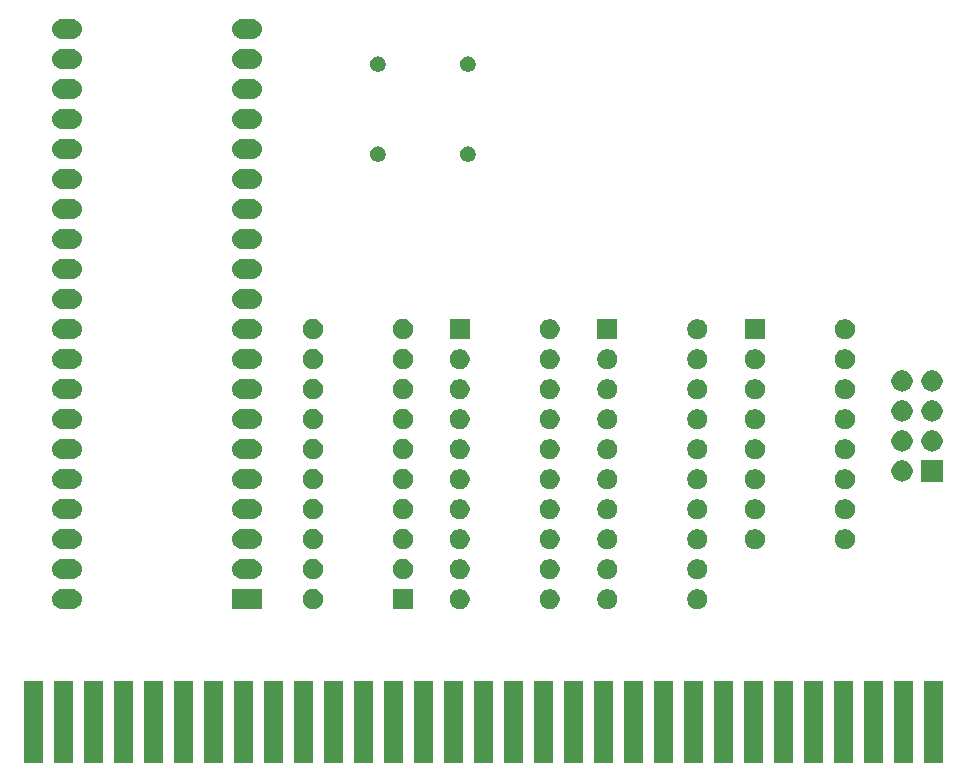
<source format=gbr>
G04 #@! TF.GenerationSoftware,KiCad,Pcbnew,(5.1.5)-3*
G04 #@! TF.CreationDate,2021-12-23T14:00:04+02:00*
G04 #@! TF.ProjectId,CPU,4350552e-6b69-4636-9164-5f7063625858,rev?*
G04 #@! TF.SameCoordinates,Original*
G04 #@! TF.FileFunction,Soldermask,Bot*
G04 #@! TF.FilePolarity,Negative*
%FSLAX46Y46*%
G04 Gerber Fmt 4.6, Leading zero omitted, Abs format (unit mm)*
G04 Created by KiCad (PCBNEW (5.1.5)-3) date 2021-12-23 14:00:04*
%MOMM*%
%LPD*%
G04 APERTURE LIST*
%ADD10C,0.100000*%
G04 APERTURE END LIST*
D10*
G36*
X102713000Y-123861000D02*
G01*
X101087000Y-123861000D01*
X101087000Y-116901000D01*
X102713000Y-116901000D01*
X102713000Y-123861000D01*
G37*
G36*
X140813000Y-123861000D02*
G01*
X139187000Y-123861000D01*
X139187000Y-116901000D01*
X140813000Y-116901000D01*
X140813000Y-123861000D01*
G37*
G36*
X178913000Y-123861000D02*
G01*
X177287000Y-123861000D01*
X177287000Y-116901000D01*
X178913000Y-116901000D01*
X178913000Y-123861000D01*
G37*
G36*
X173833000Y-123861000D02*
G01*
X172207000Y-123861000D01*
X172207000Y-116901000D01*
X173833000Y-116901000D01*
X173833000Y-123861000D01*
G37*
G36*
X171293000Y-123861000D02*
G01*
X169667000Y-123861000D01*
X169667000Y-116901000D01*
X171293000Y-116901000D01*
X171293000Y-123861000D01*
G37*
G36*
X168753000Y-123861000D02*
G01*
X167127000Y-123861000D01*
X167127000Y-116901000D01*
X168753000Y-116901000D01*
X168753000Y-123861000D01*
G37*
G36*
X166213000Y-123861000D02*
G01*
X164587000Y-123861000D01*
X164587000Y-116901000D01*
X166213000Y-116901000D01*
X166213000Y-123861000D01*
G37*
G36*
X163673000Y-123861000D02*
G01*
X162047000Y-123861000D01*
X162047000Y-116901000D01*
X163673000Y-116901000D01*
X163673000Y-123861000D01*
G37*
G36*
X161133000Y-123861000D02*
G01*
X159507000Y-123861000D01*
X159507000Y-116901000D01*
X161133000Y-116901000D01*
X161133000Y-123861000D01*
G37*
G36*
X158593000Y-123861000D02*
G01*
X156967000Y-123861000D01*
X156967000Y-116901000D01*
X158593000Y-116901000D01*
X158593000Y-123861000D01*
G37*
G36*
X156053000Y-123861000D02*
G01*
X154427000Y-123861000D01*
X154427000Y-116901000D01*
X156053000Y-116901000D01*
X156053000Y-123861000D01*
G37*
G36*
X153513000Y-123861000D02*
G01*
X151887000Y-123861000D01*
X151887000Y-116901000D01*
X153513000Y-116901000D01*
X153513000Y-123861000D01*
G37*
G36*
X150973000Y-123861000D02*
G01*
X149347000Y-123861000D01*
X149347000Y-116901000D01*
X150973000Y-116901000D01*
X150973000Y-123861000D01*
G37*
G36*
X148433000Y-123861000D02*
G01*
X146807000Y-123861000D01*
X146807000Y-116901000D01*
X148433000Y-116901000D01*
X148433000Y-123861000D01*
G37*
G36*
X145893000Y-123861000D02*
G01*
X144267000Y-123861000D01*
X144267000Y-116901000D01*
X145893000Y-116901000D01*
X145893000Y-123861000D01*
G37*
G36*
X143353000Y-123861000D02*
G01*
X141727000Y-123861000D01*
X141727000Y-116901000D01*
X143353000Y-116901000D01*
X143353000Y-123861000D01*
G37*
G36*
X138273000Y-123861000D02*
G01*
X136647000Y-123861000D01*
X136647000Y-116901000D01*
X138273000Y-116901000D01*
X138273000Y-123861000D01*
G37*
G36*
X105253000Y-123861000D02*
G01*
X103627000Y-123861000D01*
X103627000Y-116901000D01*
X105253000Y-116901000D01*
X105253000Y-123861000D01*
G37*
G36*
X107793000Y-123861000D02*
G01*
X106167000Y-123861000D01*
X106167000Y-116901000D01*
X107793000Y-116901000D01*
X107793000Y-123861000D01*
G37*
G36*
X110333000Y-123861000D02*
G01*
X108707000Y-123861000D01*
X108707000Y-116901000D01*
X110333000Y-116901000D01*
X110333000Y-123861000D01*
G37*
G36*
X112873000Y-123861000D02*
G01*
X111247000Y-123861000D01*
X111247000Y-116901000D01*
X112873000Y-116901000D01*
X112873000Y-123861000D01*
G37*
G36*
X115413000Y-123861000D02*
G01*
X113787000Y-123861000D01*
X113787000Y-116901000D01*
X115413000Y-116901000D01*
X115413000Y-123861000D01*
G37*
G36*
X117953000Y-123861000D02*
G01*
X116327000Y-123861000D01*
X116327000Y-116901000D01*
X117953000Y-116901000D01*
X117953000Y-123861000D01*
G37*
G36*
X120493000Y-123861000D02*
G01*
X118867000Y-123861000D01*
X118867000Y-116901000D01*
X120493000Y-116901000D01*
X120493000Y-123861000D01*
G37*
G36*
X125573000Y-123861000D02*
G01*
X123947000Y-123861000D01*
X123947000Y-116901000D01*
X125573000Y-116901000D01*
X125573000Y-123861000D01*
G37*
G36*
X128113000Y-123861000D02*
G01*
X126487000Y-123861000D01*
X126487000Y-116901000D01*
X128113000Y-116901000D01*
X128113000Y-123861000D01*
G37*
G36*
X130653000Y-123861000D02*
G01*
X129027000Y-123861000D01*
X129027000Y-116901000D01*
X130653000Y-116901000D01*
X130653000Y-123861000D01*
G37*
G36*
X133193000Y-123861000D02*
G01*
X131567000Y-123861000D01*
X131567000Y-116901000D01*
X133193000Y-116901000D01*
X133193000Y-123861000D01*
G37*
G36*
X135733000Y-123861000D02*
G01*
X134107000Y-123861000D01*
X134107000Y-116901000D01*
X135733000Y-116901000D01*
X135733000Y-123861000D01*
G37*
G36*
X176373000Y-123861000D02*
G01*
X174747000Y-123861000D01*
X174747000Y-116901000D01*
X176373000Y-116901000D01*
X176373000Y-123861000D01*
G37*
G36*
X123033000Y-123861000D02*
G01*
X121407000Y-123861000D01*
X121407000Y-116901000D01*
X123033000Y-116901000D01*
X123033000Y-123861000D01*
G37*
G36*
X158368228Y-109191703D02*
G01*
X158523100Y-109255853D01*
X158662481Y-109348985D01*
X158781015Y-109467519D01*
X158874147Y-109606900D01*
X158938297Y-109761772D01*
X158971000Y-109926184D01*
X158971000Y-110093816D01*
X158938297Y-110258228D01*
X158874147Y-110413100D01*
X158781015Y-110552481D01*
X158662481Y-110671015D01*
X158523100Y-110764147D01*
X158368228Y-110828297D01*
X158203816Y-110861000D01*
X158036184Y-110861000D01*
X157871772Y-110828297D01*
X157716900Y-110764147D01*
X157577519Y-110671015D01*
X157458985Y-110552481D01*
X157365853Y-110413100D01*
X157301703Y-110258228D01*
X157269000Y-110093816D01*
X157269000Y-109926184D01*
X157301703Y-109761772D01*
X157365853Y-109606900D01*
X157458985Y-109467519D01*
X157577519Y-109348985D01*
X157716900Y-109255853D01*
X157871772Y-109191703D01*
X158036184Y-109159000D01*
X158203816Y-109159000D01*
X158368228Y-109191703D01*
G37*
G36*
X150748228Y-109191703D02*
G01*
X150903100Y-109255853D01*
X151042481Y-109348985D01*
X151161015Y-109467519D01*
X151254147Y-109606900D01*
X151318297Y-109761772D01*
X151351000Y-109926184D01*
X151351000Y-110093816D01*
X151318297Y-110258228D01*
X151254147Y-110413100D01*
X151161015Y-110552481D01*
X151042481Y-110671015D01*
X150903100Y-110764147D01*
X150748228Y-110828297D01*
X150583816Y-110861000D01*
X150416184Y-110861000D01*
X150251772Y-110828297D01*
X150096900Y-110764147D01*
X149957519Y-110671015D01*
X149838985Y-110552481D01*
X149745853Y-110413100D01*
X149681703Y-110258228D01*
X149649000Y-110093816D01*
X149649000Y-109926184D01*
X149681703Y-109761772D01*
X149745853Y-109606900D01*
X149838985Y-109467519D01*
X149957519Y-109348985D01*
X150096900Y-109255853D01*
X150251772Y-109191703D01*
X150416184Y-109159000D01*
X150583816Y-109159000D01*
X150748228Y-109191703D01*
G37*
G36*
X138248228Y-109191703D02*
G01*
X138403100Y-109255853D01*
X138542481Y-109348985D01*
X138661015Y-109467519D01*
X138754147Y-109606900D01*
X138818297Y-109761772D01*
X138851000Y-109926184D01*
X138851000Y-110093816D01*
X138818297Y-110258228D01*
X138754147Y-110413100D01*
X138661015Y-110552481D01*
X138542481Y-110671015D01*
X138403100Y-110764147D01*
X138248228Y-110828297D01*
X138083816Y-110861000D01*
X137916184Y-110861000D01*
X137751772Y-110828297D01*
X137596900Y-110764147D01*
X137457519Y-110671015D01*
X137338985Y-110552481D01*
X137245853Y-110413100D01*
X137181703Y-110258228D01*
X137149000Y-110093816D01*
X137149000Y-109926184D01*
X137181703Y-109761772D01*
X137245853Y-109606900D01*
X137338985Y-109467519D01*
X137457519Y-109348985D01*
X137596900Y-109255853D01*
X137751772Y-109191703D01*
X137916184Y-109159000D01*
X138083816Y-109159000D01*
X138248228Y-109191703D01*
G37*
G36*
X145868228Y-109191703D02*
G01*
X146023100Y-109255853D01*
X146162481Y-109348985D01*
X146281015Y-109467519D01*
X146374147Y-109606900D01*
X146438297Y-109761772D01*
X146471000Y-109926184D01*
X146471000Y-110093816D01*
X146438297Y-110258228D01*
X146374147Y-110413100D01*
X146281015Y-110552481D01*
X146162481Y-110671015D01*
X146023100Y-110764147D01*
X145868228Y-110828297D01*
X145703816Y-110861000D01*
X145536184Y-110861000D01*
X145371772Y-110828297D01*
X145216900Y-110764147D01*
X145077519Y-110671015D01*
X144958985Y-110552481D01*
X144865853Y-110413100D01*
X144801703Y-110258228D01*
X144769000Y-110093816D01*
X144769000Y-109926184D01*
X144801703Y-109761772D01*
X144865853Y-109606900D01*
X144958985Y-109467519D01*
X145077519Y-109348985D01*
X145216900Y-109255853D01*
X145371772Y-109191703D01*
X145536184Y-109159000D01*
X145703816Y-109159000D01*
X145868228Y-109191703D01*
G37*
G36*
X105326823Y-109161313D02*
G01*
X105487242Y-109209976D01*
X105619906Y-109280886D01*
X105635078Y-109288996D01*
X105764659Y-109395341D01*
X105871004Y-109524922D01*
X105871005Y-109524924D01*
X105950024Y-109672758D01*
X105998687Y-109833177D01*
X106015117Y-110000000D01*
X105998687Y-110166823D01*
X105950024Y-110327242D01*
X105909477Y-110403100D01*
X105871004Y-110475078D01*
X105764659Y-110604659D01*
X105635078Y-110711004D01*
X105635076Y-110711005D01*
X105487242Y-110790024D01*
X105326823Y-110838687D01*
X105201804Y-110851000D01*
X104318196Y-110851000D01*
X104193177Y-110838687D01*
X104032758Y-110790024D01*
X103884924Y-110711005D01*
X103884922Y-110711004D01*
X103755341Y-110604659D01*
X103648996Y-110475078D01*
X103610523Y-110403100D01*
X103569976Y-110327242D01*
X103521313Y-110166823D01*
X103504883Y-110000000D01*
X103521313Y-109833177D01*
X103569976Y-109672758D01*
X103648995Y-109524924D01*
X103648996Y-109524922D01*
X103755341Y-109395341D01*
X103884922Y-109288996D01*
X103900094Y-109280886D01*
X104032758Y-109209976D01*
X104193177Y-109161313D01*
X104318196Y-109149000D01*
X105201804Y-109149000D01*
X105326823Y-109161313D01*
G37*
G36*
X121251000Y-110851000D02*
G01*
X118749000Y-110851000D01*
X118749000Y-109149000D01*
X121251000Y-109149000D01*
X121251000Y-110851000D01*
G37*
G36*
X125828228Y-109181703D02*
G01*
X125983100Y-109245853D01*
X126122481Y-109338985D01*
X126241015Y-109457519D01*
X126334147Y-109596900D01*
X126398297Y-109751772D01*
X126431000Y-109916184D01*
X126431000Y-110083816D01*
X126398297Y-110248228D01*
X126334147Y-110403100D01*
X126241015Y-110542481D01*
X126122481Y-110661015D01*
X125983100Y-110754147D01*
X125828228Y-110818297D01*
X125663816Y-110851000D01*
X125496184Y-110851000D01*
X125331772Y-110818297D01*
X125176900Y-110754147D01*
X125037519Y-110661015D01*
X124918985Y-110542481D01*
X124825853Y-110403100D01*
X124761703Y-110248228D01*
X124729000Y-110083816D01*
X124729000Y-109916184D01*
X124761703Y-109751772D01*
X124825853Y-109596900D01*
X124918985Y-109457519D01*
X125037519Y-109338985D01*
X125176900Y-109245853D01*
X125331772Y-109181703D01*
X125496184Y-109149000D01*
X125663816Y-109149000D01*
X125828228Y-109181703D01*
G37*
G36*
X134051000Y-110851000D02*
G01*
X132349000Y-110851000D01*
X132349000Y-109149000D01*
X134051000Y-109149000D01*
X134051000Y-110851000D01*
G37*
G36*
X145868228Y-106651703D02*
G01*
X146023100Y-106715853D01*
X146162481Y-106808985D01*
X146281015Y-106927519D01*
X146374147Y-107066900D01*
X146438297Y-107221772D01*
X146471000Y-107386184D01*
X146471000Y-107553816D01*
X146438297Y-107718228D01*
X146374147Y-107873100D01*
X146281015Y-108012481D01*
X146162481Y-108131015D01*
X146023100Y-108224147D01*
X145868228Y-108288297D01*
X145703816Y-108321000D01*
X145536184Y-108321000D01*
X145371772Y-108288297D01*
X145216900Y-108224147D01*
X145077519Y-108131015D01*
X144958985Y-108012481D01*
X144865853Y-107873100D01*
X144801703Y-107718228D01*
X144769000Y-107553816D01*
X144769000Y-107386184D01*
X144801703Y-107221772D01*
X144865853Y-107066900D01*
X144958985Y-106927519D01*
X145077519Y-106808985D01*
X145216900Y-106715853D01*
X145371772Y-106651703D01*
X145536184Y-106619000D01*
X145703816Y-106619000D01*
X145868228Y-106651703D01*
G37*
G36*
X150748228Y-106651703D02*
G01*
X150903100Y-106715853D01*
X151042481Y-106808985D01*
X151161015Y-106927519D01*
X151254147Y-107066900D01*
X151318297Y-107221772D01*
X151351000Y-107386184D01*
X151351000Y-107553816D01*
X151318297Y-107718228D01*
X151254147Y-107873100D01*
X151161015Y-108012481D01*
X151042481Y-108131015D01*
X150903100Y-108224147D01*
X150748228Y-108288297D01*
X150583816Y-108321000D01*
X150416184Y-108321000D01*
X150251772Y-108288297D01*
X150096900Y-108224147D01*
X149957519Y-108131015D01*
X149838985Y-108012481D01*
X149745853Y-107873100D01*
X149681703Y-107718228D01*
X149649000Y-107553816D01*
X149649000Y-107386184D01*
X149681703Y-107221772D01*
X149745853Y-107066900D01*
X149838985Y-106927519D01*
X149957519Y-106808985D01*
X150096900Y-106715853D01*
X150251772Y-106651703D01*
X150416184Y-106619000D01*
X150583816Y-106619000D01*
X150748228Y-106651703D01*
G37*
G36*
X158368228Y-106651703D02*
G01*
X158523100Y-106715853D01*
X158662481Y-106808985D01*
X158781015Y-106927519D01*
X158874147Y-107066900D01*
X158938297Y-107221772D01*
X158971000Y-107386184D01*
X158971000Y-107553816D01*
X158938297Y-107718228D01*
X158874147Y-107873100D01*
X158781015Y-108012481D01*
X158662481Y-108131015D01*
X158523100Y-108224147D01*
X158368228Y-108288297D01*
X158203816Y-108321000D01*
X158036184Y-108321000D01*
X157871772Y-108288297D01*
X157716900Y-108224147D01*
X157577519Y-108131015D01*
X157458985Y-108012481D01*
X157365853Y-107873100D01*
X157301703Y-107718228D01*
X157269000Y-107553816D01*
X157269000Y-107386184D01*
X157301703Y-107221772D01*
X157365853Y-107066900D01*
X157458985Y-106927519D01*
X157577519Y-106808985D01*
X157716900Y-106715853D01*
X157871772Y-106651703D01*
X158036184Y-106619000D01*
X158203816Y-106619000D01*
X158368228Y-106651703D01*
G37*
G36*
X138248228Y-106651703D02*
G01*
X138403100Y-106715853D01*
X138542481Y-106808985D01*
X138661015Y-106927519D01*
X138754147Y-107066900D01*
X138818297Y-107221772D01*
X138851000Y-107386184D01*
X138851000Y-107553816D01*
X138818297Y-107718228D01*
X138754147Y-107873100D01*
X138661015Y-108012481D01*
X138542481Y-108131015D01*
X138403100Y-108224147D01*
X138248228Y-108288297D01*
X138083816Y-108321000D01*
X137916184Y-108321000D01*
X137751772Y-108288297D01*
X137596900Y-108224147D01*
X137457519Y-108131015D01*
X137338985Y-108012481D01*
X137245853Y-107873100D01*
X137181703Y-107718228D01*
X137149000Y-107553816D01*
X137149000Y-107386184D01*
X137181703Y-107221772D01*
X137245853Y-107066900D01*
X137338985Y-106927519D01*
X137457519Y-106808985D01*
X137596900Y-106715853D01*
X137751772Y-106651703D01*
X137916184Y-106619000D01*
X138083816Y-106619000D01*
X138248228Y-106651703D01*
G37*
G36*
X133448228Y-106641703D02*
G01*
X133603100Y-106705853D01*
X133742481Y-106798985D01*
X133861015Y-106917519D01*
X133954147Y-107056900D01*
X134018297Y-107211772D01*
X134051000Y-107376184D01*
X134051000Y-107543816D01*
X134018297Y-107708228D01*
X133954147Y-107863100D01*
X133861015Y-108002481D01*
X133742481Y-108121015D01*
X133603100Y-108214147D01*
X133448228Y-108278297D01*
X133283816Y-108311000D01*
X133116184Y-108311000D01*
X132951772Y-108278297D01*
X132796900Y-108214147D01*
X132657519Y-108121015D01*
X132538985Y-108002481D01*
X132445853Y-107863100D01*
X132381703Y-107708228D01*
X132349000Y-107543816D01*
X132349000Y-107376184D01*
X132381703Y-107211772D01*
X132445853Y-107056900D01*
X132538985Y-106917519D01*
X132657519Y-106798985D01*
X132796900Y-106705853D01*
X132951772Y-106641703D01*
X133116184Y-106609000D01*
X133283816Y-106609000D01*
X133448228Y-106641703D01*
G37*
G36*
X125828228Y-106641703D02*
G01*
X125983100Y-106705853D01*
X126122481Y-106798985D01*
X126241015Y-106917519D01*
X126334147Y-107056900D01*
X126398297Y-107211772D01*
X126431000Y-107376184D01*
X126431000Y-107543816D01*
X126398297Y-107708228D01*
X126334147Y-107863100D01*
X126241015Y-108002481D01*
X126122481Y-108121015D01*
X125983100Y-108214147D01*
X125828228Y-108278297D01*
X125663816Y-108311000D01*
X125496184Y-108311000D01*
X125331772Y-108278297D01*
X125176900Y-108214147D01*
X125037519Y-108121015D01*
X124918985Y-108002481D01*
X124825853Y-107863100D01*
X124761703Y-107708228D01*
X124729000Y-107543816D01*
X124729000Y-107376184D01*
X124761703Y-107211772D01*
X124825853Y-107056900D01*
X124918985Y-106917519D01*
X125037519Y-106798985D01*
X125176900Y-106705853D01*
X125331772Y-106641703D01*
X125496184Y-106609000D01*
X125663816Y-106609000D01*
X125828228Y-106641703D01*
G37*
G36*
X120566823Y-106621313D02*
G01*
X120727242Y-106669976D01*
X120859906Y-106740886D01*
X120875078Y-106748996D01*
X121004659Y-106855341D01*
X121111004Y-106984922D01*
X121111005Y-106984924D01*
X121190024Y-107132758D01*
X121238687Y-107293177D01*
X121255117Y-107460000D01*
X121238687Y-107626823D01*
X121190024Y-107787242D01*
X121149477Y-107863100D01*
X121111004Y-107935078D01*
X121004659Y-108064659D01*
X120875078Y-108171004D01*
X120875076Y-108171005D01*
X120727242Y-108250024D01*
X120566823Y-108298687D01*
X120441804Y-108311000D01*
X119558196Y-108311000D01*
X119433177Y-108298687D01*
X119272758Y-108250024D01*
X119124924Y-108171005D01*
X119124922Y-108171004D01*
X118995341Y-108064659D01*
X118888996Y-107935078D01*
X118850523Y-107863100D01*
X118809976Y-107787242D01*
X118761313Y-107626823D01*
X118744883Y-107460000D01*
X118761313Y-107293177D01*
X118809976Y-107132758D01*
X118888995Y-106984924D01*
X118888996Y-106984922D01*
X118995341Y-106855341D01*
X119124922Y-106748996D01*
X119140094Y-106740886D01*
X119272758Y-106669976D01*
X119433177Y-106621313D01*
X119558196Y-106609000D01*
X120441804Y-106609000D01*
X120566823Y-106621313D01*
G37*
G36*
X105326823Y-106621313D02*
G01*
X105487242Y-106669976D01*
X105619906Y-106740886D01*
X105635078Y-106748996D01*
X105764659Y-106855341D01*
X105871004Y-106984922D01*
X105871005Y-106984924D01*
X105950024Y-107132758D01*
X105998687Y-107293177D01*
X106015117Y-107460000D01*
X105998687Y-107626823D01*
X105950024Y-107787242D01*
X105909477Y-107863100D01*
X105871004Y-107935078D01*
X105764659Y-108064659D01*
X105635078Y-108171004D01*
X105635076Y-108171005D01*
X105487242Y-108250024D01*
X105326823Y-108298687D01*
X105201804Y-108311000D01*
X104318196Y-108311000D01*
X104193177Y-108298687D01*
X104032758Y-108250024D01*
X103884924Y-108171005D01*
X103884922Y-108171004D01*
X103755341Y-108064659D01*
X103648996Y-107935078D01*
X103610523Y-107863100D01*
X103569976Y-107787242D01*
X103521313Y-107626823D01*
X103504883Y-107460000D01*
X103521313Y-107293177D01*
X103569976Y-107132758D01*
X103648995Y-106984924D01*
X103648996Y-106984922D01*
X103755341Y-106855341D01*
X103884922Y-106748996D01*
X103900094Y-106740886D01*
X104032758Y-106669976D01*
X104193177Y-106621313D01*
X104318196Y-106609000D01*
X105201804Y-106609000D01*
X105326823Y-106621313D01*
G37*
G36*
X138248228Y-104111703D02*
G01*
X138403100Y-104175853D01*
X138542481Y-104268985D01*
X138661015Y-104387519D01*
X138754147Y-104526900D01*
X138818297Y-104681772D01*
X138851000Y-104846184D01*
X138851000Y-105013816D01*
X138818297Y-105178228D01*
X138754147Y-105333100D01*
X138661015Y-105472481D01*
X138542481Y-105591015D01*
X138403100Y-105684147D01*
X138248228Y-105748297D01*
X138083816Y-105781000D01*
X137916184Y-105781000D01*
X137751772Y-105748297D01*
X137596900Y-105684147D01*
X137457519Y-105591015D01*
X137338985Y-105472481D01*
X137245853Y-105333100D01*
X137181703Y-105178228D01*
X137149000Y-105013816D01*
X137149000Y-104846184D01*
X137181703Y-104681772D01*
X137245853Y-104526900D01*
X137338985Y-104387519D01*
X137457519Y-104268985D01*
X137596900Y-104175853D01*
X137751772Y-104111703D01*
X137916184Y-104079000D01*
X138083816Y-104079000D01*
X138248228Y-104111703D01*
G37*
G36*
X150748228Y-104111703D02*
G01*
X150903100Y-104175853D01*
X151042481Y-104268985D01*
X151161015Y-104387519D01*
X151254147Y-104526900D01*
X151318297Y-104681772D01*
X151351000Y-104846184D01*
X151351000Y-105013816D01*
X151318297Y-105178228D01*
X151254147Y-105333100D01*
X151161015Y-105472481D01*
X151042481Y-105591015D01*
X150903100Y-105684147D01*
X150748228Y-105748297D01*
X150583816Y-105781000D01*
X150416184Y-105781000D01*
X150251772Y-105748297D01*
X150096900Y-105684147D01*
X149957519Y-105591015D01*
X149838985Y-105472481D01*
X149745853Y-105333100D01*
X149681703Y-105178228D01*
X149649000Y-105013816D01*
X149649000Y-104846184D01*
X149681703Y-104681772D01*
X149745853Y-104526900D01*
X149838985Y-104387519D01*
X149957519Y-104268985D01*
X150096900Y-104175853D01*
X150251772Y-104111703D01*
X150416184Y-104079000D01*
X150583816Y-104079000D01*
X150748228Y-104111703D01*
G37*
G36*
X158368228Y-104111703D02*
G01*
X158523100Y-104175853D01*
X158662481Y-104268985D01*
X158781015Y-104387519D01*
X158874147Y-104526900D01*
X158938297Y-104681772D01*
X158971000Y-104846184D01*
X158971000Y-105013816D01*
X158938297Y-105178228D01*
X158874147Y-105333100D01*
X158781015Y-105472481D01*
X158662481Y-105591015D01*
X158523100Y-105684147D01*
X158368228Y-105748297D01*
X158203816Y-105781000D01*
X158036184Y-105781000D01*
X157871772Y-105748297D01*
X157716900Y-105684147D01*
X157577519Y-105591015D01*
X157458985Y-105472481D01*
X157365853Y-105333100D01*
X157301703Y-105178228D01*
X157269000Y-105013816D01*
X157269000Y-104846184D01*
X157301703Y-104681772D01*
X157365853Y-104526900D01*
X157458985Y-104387519D01*
X157577519Y-104268985D01*
X157716900Y-104175853D01*
X157871772Y-104111703D01*
X158036184Y-104079000D01*
X158203816Y-104079000D01*
X158368228Y-104111703D01*
G37*
G36*
X170868228Y-104111703D02*
G01*
X171023100Y-104175853D01*
X171162481Y-104268985D01*
X171281015Y-104387519D01*
X171374147Y-104526900D01*
X171438297Y-104681772D01*
X171471000Y-104846184D01*
X171471000Y-105013816D01*
X171438297Y-105178228D01*
X171374147Y-105333100D01*
X171281015Y-105472481D01*
X171162481Y-105591015D01*
X171023100Y-105684147D01*
X170868228Y-105748297D01*
X170703816Y-105781000D01*
X170536184Y-105781000D01*
X170371772Y-105748297D01*
X170216900Y-105684147D01*
X170077519Y-105591015D01*
X169958985Y-105472481D01*
X169865853Y-105333100D01*
X169801703Y-105178228D01*
X169769000Y-105013816D01*
X169769000Y-104846184D01*
X169801703Y-104681772D01*
X169865853Y-104526900D01*
X169958985Y-104387519D01*
X170077519Y-104268985D01*
X170216900Y-104175853D01*
X170371772Y-104111703D01*
X170536184Y-104079000D01*
X170703816Y-104079000D01*
X170868228Y-104111703D01*
G37*
G36*
X145868228Y-104111703D02*
G01*
X146023100Y-104175853D01*
X146162481Y-104268985D01*
X146281015Y-104387519D01*
X146374147Y-104526900D01*
X146438297Y-104681772D01*
X146471000Y-104846184D01*
X146471000Y-105013816D01*
X146438297Y-105178228D01*
X146374147Y-105333100D01*
X146281015Y-105472481D01*
X146162481Y-105591015D01*
X146023100Y-105684147D01*
X145868228Y-105748297D01*
X145703816Y-105781000D01*
X145536184Y-105781000D01*
X145371772Y-105748297D01*
X145216900Y-105684147D01*
X145077519Y-105591015D01*
X144958985Y-105472481D01*
X144865853Y-105333100D01*
X144801703Y-105178228D01*
X144769000Y-105013816D01*
X144769000Y-104846184D01*
X144801703Y-104681772D01*
X144865853Y-104526900D01*
X144958985Y-104387519D01*
X145077519Y-104268985D01*
X145216900Y-104175853D01*
X145371772Y-104111703D01*
X145536184Y-104079000D01*
X145703816Y-104079000D01*
X145868228Y-104111703D01*
G37*
G36*
X163248228Y-104111703D02*
G01*
X163403100Y-104175853D01*
X163542481Y-104268985D01*
X163661015Y-104387519D01*
X163754147Y-104526900D01*
X163818297Y-104681772D01*
X163851000Y-104846184D01*
X163851000Y-105013816D01*
X163818297Y-105178228D01*
X163754147Y-105333100D01*
X163661015Y-105472481D01*
X163542481Y-105591015D01*
X163403100Y-105684147D01*
X163248228Y-105748297D01*
X163083816Y-105781000D01*
X162916184Y-105781000D01*
X162751772Y-105748297D01*
X162596900Y-105684147D01*
X162457519Y-105591015D01*
X162338985Y-105472481D01*
X162245853Y-105333100D01*
X162181703Y-105178228D01*
X162149000Y-105013816D01*
X162149000Y-104846184D01*
X162181703Y-104681772D01*
X162245853Y-104526900D01*
X162338985Y-104387519D01*
X162457519Y-104268985D01*
X162596900Y-104175853D01*
X162751772Y-104111703D01*
X162916184Y-104079000D01*
X163083816Y-104079000D01*
X163248228Y-104111703D01*
G37*
G36*
X105326823Y-104081313D02*
G01*
X105487242Y-104129976D01*
X105619906Y-104200886D01*
X105635078Y-104208996D01*
X105764659Y-104315341D01*
X105871004Y-104444922D01*
X105871005Y-104444924D01*
X105950024Y-104592758D01*
X105998687Y-104753177D01*
X106015117Y-104920000D01*
X105998687Y-105086823D01*
X105950024Y-105247242D01*
X105909477Y-105323100D01*
X105871004Y-105395078D01*
X105764659Y-105524659D01*
X105635078Y-105631004D01*
X105635076Y-105631005D01*
X105487242Y-105710024D01*
X105326823Y-105758687D01*
X105201804Y-105771000D01*
X104318196Y-105771000D01*
X104193177Y-105758687D01*
X104032758Y-105710024D01*
X103884924Y-105631005D01*
X103884922Y-105631004D01*
X103755341Y-105524659D01*
X103648996Y-105395078D01*
X103610523Y-105323100D01*
X103569976Y-105247242D01*
X103521313Y-105086823D01*
X103504883Y-104920000D01*
X103521313Y-104753177D01*
X103569976Y-104592758D01*
X103648995Y-104444924D01*
X103648996Y-104444922D01*
X103755341Y-104315341D01*
X103884922Y-104208996D01*
X103900094Y-104200886D01*
X104032758Y-104129976D01*
X104193177Y-104081313D01*
X104318196Y-104069000D01*
X105201804Y-104069000D01*
X105326823Y-104081313D01*
G37*
G36*
X133448228Y-104101703D02*
G01*
X133603100Y-104165853D01*
X133742481Y-104258985D01*
X133861015Y-104377519D01*
X133954147Y-104516900D01*
X134018297Y-104671772D01*
X134051000Y-104836184D01*
X134051000Y-105003816D01*
X134018297Y-105168228D01*
X133954147Y-105323100D01*
X133861015Y-105462481D01*
X133742481Y-105581015D01*
X133603100Y-105674147D01*
X133448228Y-105738297D01*
X133283816Y-105771000D01*
X133116184Y-105771000D01*
X132951772Y-105738297D01*
X132796900Y-105674147D01*
X132657519Y-105581015D01*
X132538985Y-105462481D01*
X132445853Y-105323100D01*
X132381703Y-105168228D01*
X132349000Y-105003816D01*
X132349000Y-104836184D01*
X132381703Y-104671772D01*
X132445853Y-104516900D01*
X132538985Y-104377519D01*
X132657519Y-104258985D01*
X132796900Y-104165853D01*
X132951772Y-104101703D01*
X133116184Y-104069000D01*
X133283816Y-104069000D01*
X133448228Y-104101703D01*
G37*
G36*
X125828228Y-104101703D02*
G01*
X125983100Y-104165853D01*
X126122481Y-104258985D01*
X126241015Y-104377519D01*
X126334147Y-104516900D01*
X126398297Y-104671772D01*
X126431000Y-104836184D01*
X126431000Y-105003816D01*
X126398297Y-105168228D01*
X126334147Y-105323100D01*
X126241015Y-105462481D01*
X126122481Y-105581015D01*
X125983100Y-105674147D01*
X125828228Y-105738297D01*
X125663816Y-105771000D01*
X125496184Y-105771000D01*
X125331772Y-105738297D01*
X125176900Y-105674147D01*
X125037519Y-105581015D01*
X124918985Y-105462481D01*
X124825853Y-105323100D01*
X124761703Y-105168228D01*
X124729000Y-105003816D01*
X124729000Y-104836184D01*
X124761703Y-104671772D01*
X124825853Y-104516900D01*
X124918985Y-104377519D01*
X125037519Y-104258985D01*
X125176900Y-104165853D01*
X125331772Y-104101703D01*
X125496184Y-104069000D01*
X125663816Y-104069000D01*
X125828228Y-104101703D01*
G37*
G36*
X120566823Y-104081313D02*
G01*
X120727242Y-104129976D01*
X120859906Y-104200886D01*
X120875078Y-104208996D01*
X121004659Y-104315341D01*
X121111004Y-104444922D01*
X121111005Y-104444924D01*
X121190024Y-104592758D01*
X121238687Y-104753177D01*
X121255117Y-104920000D01*
X121238687Y-105086823D01*
X121190024Y-105247242D01*
X121149477Y-105323100D01*
X121111004Y-105395078D01*
X121004659Y-105524659D01*
X120875078Y-105631004D01*
X120875076Y-105631005D01*
X120727242Y-105710024D01*
X120566823Y-105758687D01*
X120441804Y-105771000D01*
X119558196Y-105771000D01*
X119433177Y-105758687D01*
X119272758Y-105710024D01*
X119124924Y-105631005D01*
X119124922Y-105631004D01*
X118995341Y-105524659D01*
X118888996Y-105395078D01*
X118850523Y-105323100D01*
X118809976Y-105247242D01*
X118761313Y-105086823D01*
X118744883Y-104920000D01*
X118761313Y-104753177D01*
X118809976Y-104592758D01*
X118888995Y-104444924D01*
X118888996Y-104444922D01*
X118995341Y-104315341D01*
X119124922Y-104208996D01*
X119140094Y-104200886D01*
X119272758Y-104129976D01*
X119433177Y-104081313D01*
X119558196Y-104069000D01*
X120441804Y-104069000D01*
X120566823Y-104081313D01*
G37*
G36*
X138248228Y-101571703D02*
G01*
X138403100Y-101635853D01*
X138542481Y-101728985D01*
X138661015Y-101847519D01*
X138754147Y-101986900D01*
X138818297Y-102141772D01*
X138851000Y-102306184D01*
X138851000Y-102473816D01*
X138818297Y-102638228D01*
X138754147Y-102793100D01*
X138661015Y-102932481D01*
X138542481Y-103051015D01*
X138403100Y-103144147D01*
X138248228Y-103208297D01*
X138083816Y-103241000D01*
X137916184Y-103241000D01*
X137751772Y-103208297D01*
X137596900Y-103144147D01*
X137457519Y-103051015D01*
X137338985Y-102932481D01*
X137245853Y-102793100D01*
X137181703Y-102638228D01*
X137149000Y-102473816D01*
X137149000Y-102306184D01*
X137181703Y-102141772D01*
X137245853Y-101986900D01*
X137338985Y-101847519D01*
X137457519Y-101728985D01*
X137596900Y-101635853D01*
X137751772Y-101571703D01*
X137916184Y-101539000D01*
X138083816Y-101539000D01*
X138248228Y-101571703D01*
G37*
G36*
X145868228Y-101571703D02*
G01*
X146023100Y-101635853D01*
X146162481Y-101728985D01*
X146281015Y-101847519D01*
X146374147Y-101986900D01*
X146438297Y-102141772D01*
X146471000Y-102306184D01*
X146471000Y-102473816D01*
X146438297Y-102638228D01*
X146374147Y-102793100D01*
X146281015Y-102932481D01*
X146162481Y-103051015D01*
X146023100Y-103144147D01*
X145868228Y-103208297D01*
X145703816Y-103241000D01*
X145536184Y-103241000D01*
X145371772Y-103208297D01*
X145216900Y-103144147D01*
X145077519Y-103051015D01*
X144958985Y-102932481D01*
X144865853Y-102793100D01*
X144801703Y-102638228D01*
X144769000Y-102473816D01*
X144769000Y-102306184D01*
X144801703Y-102141772D01*
X144865853Y-101986900D01*
X144958985Y-101847519D01*
X145077519Y-101728985D01*
X145216900Y-101635853D01*
X145371772Y-101571703D01*
X145536184Y-101539000D01*
X145703816Y-101539000D01*
X145868228Y-101571703D01*
G37*
G36*
X163248228Y-101571703D02*
G01*
X163403100Y-101635853D01*
X163542481Y-101728985D01*
X163661015Y-101847519D01*
X163754147Y-101986900D01*
X163818297Y-102141772D01*
X163851000Y-102306184D01*
X163851000Y-102473816D01*
X163818297Y-102638228D01*
X163754147Y-102793100D01*
X163661015Y-102932481D01*
X163542481Y-103051015D01*
X163403100Y-103144147D01*
X163248228Y-103208297D01*
X163083816Y-103241000D01*
X162916184Y-103241000D01*
X162751772Y-103208297D01*
X162596900Y-103144147D01*
X162457519Y-103051015D01*
X162338985Y-102932481D01*
X162245853Y-102793100D01*
X162181703Y-102638228D01*
X162149000Y-102473816D01*
X162149000Y-102306184D01*
X162181703Y-102141772D01*
X162245853Y-101986900D01*
X162338985Y-101847519D01*
X162457519Y-101728985D01*
X162596900Y-101635853D01*
X162751772Y-101571703D01*
X162916184Y-101539000D01*
X163083816Y-101539000D01*
X163248228Y-101571703D01*
G37*
G36*
X170868228Y-101571703D02*
G01*
X171023100Y-101635853D01*
X171162481Y-101728985D01*
X171281015Y-101847519D01*
X171374147Y-101986900D01*
X171438297Y-102141772D01*
X171471000Y-102306184D01*
X171471000Y-102473816D01*
X171438297Y-102638228D01*
X171374147Y-102793100D01*
X171281015Y-102932481D01*
X171162481Y-103051015D01*
X171023100Y-103144147D01*
X170868228Y-103208297D01*
X170703816Y-103241000D01*
X170536184Y-103241000D01*
X170371772Y-103208297D01*
X170216900Y-103144147D01*
X170077519Y-103051015D01*
X169958985Y-102932481D01*
X169865853Y-102793100D01*
X169801703Y-102638228D01*
X169769000Y-102473816D01*
X169769000Y-102306184D01*
X169801703Y-102141772D01*
X169865853Y-101986900D01*
X169958985Y-101847519D01*
X170077519Y-101728985D01*
X170216900Y-101635853D01*
X170371772Y-101571703D01*
X170536184Y-101539000D01*
X170703816Y-101539000D01*
X170868228Y-101571703D01*
G37*
G36*
X158368228Y-101571703D02*
G01*
X158523100Y-101635853D01*
X158662481Y-101728985D01*
X158781015Y-101847519D01*
X158874147Y-101986900D01*
X158938297Y-102141772D01*
X158971000Y-102306184D01*
X158971000Y-102473816D01*
X158938297Y-102638228D01*
X158874147Y-102793100D01*
X158781015Y-102932481D01*
X158662481Y-103051015D01*
X158523100Y-103144147D01*
X158368228Y-103208297D01*
X158203816Y-103241000D01*
X158036184Y-103241000D01*
X157871772Y-103208297D01*
X157716900Y-103144147D01*
X157577519Y-103051015D01*
X157458985Y-102932481D01*
X157365853Y-102793100D01*
X157301703Y-102638228D01*
X157269000Y-102473816D01*
X157269000Y-102306184D01*
X157301703Y-102141772D01*
X157365853Y-101986900D01*
X157458985Y-101847519D01*
X157577519Y-101728985D01*
X157716900Y-101635853D01*
X157871772Y-101571703D01*
X158036184Y-101539000D01*
X158203816Y-101539000D01*
X158368228Y-101571703D01*
G37*
G36*
X150748228Y-101571703D02*
G01*
X150903100Y-101635853D01*
X151042481Y-101728985D01*
X151161015Y-101847519D01*
X151254147Y-101986900D01*
X151318297Y-102141772D01*
X151351000Y-102306184D01*
X151351000Y-102473816D01*
X151318297Y-102638228D01*
X151254147Y-102793100D01*
X151161015Y-102932481D01*
X151042481Y-103051015D01*
X150903100Y-103144147D01*
X150748228Y-103208297D01*
X150583816Y-103241000D01*
X150416184Y-103241000D01*
X150251772Y-103208297D01*
X150096900Y-103144147D01*
X149957519Y-103051015D01*
X149838985Y-102932481D01*
X149745853Y-102793100D01*
X149681703Y-102638228D01*
X149649000Y-102473816D01*
X149649000Y-102306184D01*
X149681703Y-102141772D01*
X149745853Y-101986900D01*
X149838985Y-101847519D01*
X149957519Y-101728985D01*
X150096900Y-101635853D01*
X150251772Y-101571703D01*
X150416184Y-101539000D01*
X150583816Y-101539000D01*
X150748228Y-101571703D01*
G37*
G36*
X133448228Y-101561703D02*
G01*
X133603100Y-101625853D01*
X133742481Y-101718985D01*
X133861015Y-101837519D01*
X133954147Y-101976900D01*
X134018297Y-102131772D01*
X134051000Y-102296184D01*
X134051000Y-102463816D01*
X134018297Y-102628228D01*
X133954147Y-102783100D01*
X133861015Y-102922481D01*
X133742481Y-103041015D01*
X133603100Y-103134147D01*
X133448228Y-103198297D01*
X133283816Y-103231000D01*
X133116184Y-103231000D01*
X132951772Y-103198297D01*
X132796900Y-103134147D01*
X132657519Y-103041015D01*
X132538985Y-102922481D01*
X132445853Y-102783100D01*
X132381703Y-102628228D01*
X132349000Y-102463816D01*
X132349000Y-102296184D01*
X132381703Y-102131772D01*
X132445853Y-101976900D01*
X132538985Y-101837519D01*
X132657519Y-101718985D01*
X132796900Y-101625853D01*
X132951772Y-101561703D01*
X133116184Y-101529000D01*
X133283816Y-101529000D01*
X133448228Y-101561703D01*
G37*
G36*
X120566823Y-101541313D02*
G01*
X120727242Y-101589976D01*
X120859906Y-101660886D01*
X120875078Y-101668996D01*
X121004659Y-101775341D01*
X121111004Y-101904922D01*
X121111005Y-101904924D01*
X121190024Y-102052758D01*
X121238687Y-102213177D01*
X121255117Y-102380000D01*
X121238687Y-102546823D01*
X121190024Y-102707242D01*
X121149477Y-102783100D01*
X121111004Y-102855078D01*
X121004659Y-102984659D01*
X120875078Y-103091004D01*
X120875076Y-103091005D01*
X120727242Y-103170024D01*
X120566823Y-103218687D01*
X120441804Y-103231000D01*
X119558196Y-103231000D01*
X119433177Y-103218687D01*
X119272758Y-103170024D01*
X119124924Y-103091005D01*
X119124922Y-103091004D01*
X118995341Y-102984659D01*
X118888996Y-102855078D01*
X118850523Y-102783100D01*
X118809976Y-102707242D01*
X118761313Y-102546823D01*
X118744883Y-102380000D01*
X118761313Y-102213177D01*
X118809976Y-102052758D01*
X118888995Y-101904924D01*
X118888996Y-101904922D01*
X118995341Y-101775341D01*
X119124922Y-101668996D01*
X119140094Y-101660886D01*
X119272758Y-101589976D01*
X119433177Y-101541313D01*
X119558196Y-101529000D01*
X120441804Y-101529000D01*
X120566823Y-101541313D01*
G37*
G36*
X125828228Y-101561703D02*
G01*
X125983100Y-101625853D01*
X126122481Y-101718985D01*
X126241015Y-101837519D01*
X126334147Y-101976900D01*
X126398297Y-102131772D01*
X126431000Y-102296184D01*
X126431000Y-102463816D01*
X126398297Y-102628228D01*
X126334147Y-102783100D01*
X126241015Y-102922481D01*
X126122481Y-103041015D01*
X125983100Y-103134147D01*
X125828228Y-103198297D01*
X125663816Y-103231000D01*
X125496184Y-103231000D01*
X125331772Y-103198297D01*
X125176900Y-103134147D01*
X125037519Y-103041015D01*
X124918985Y-102922481D01*
X124825853Y-102783100D01*
X124761703Y-102628228D01*
X124729000Y-102463816D01*
X124729000Y-102296184D01*
X124761703Y-102131772D01*
X124825853Y-101976900D01*
X124918985Y-101837519D01*
X125037519Y-101718985D01*
X125176900Y-101625853D01*
X125331772Y-101561703D01*
X125496184Y-101529000D01*
X125663816Y-101529000D01*
X125828228Y-101561703D01*
G37*
G36*
X105326823Y-101541313D02*
G01*
X105487242Y-101589976D01*
X105619906Y-101660886D01*
X105635078Y-101668996D01*
X105764659Y-101775341D01*
X105871004Y-101904922D01*
X105871005Y-101904924D01*
X105950024Y-102052758D01*
X105998687Y-102213177D01*
X106015117Y-102380000D01*
X105998687Y-102546823D01*
X105950024Y-102707242D01*
X105909477Y-102783100D01*
X105871004Y-102855078D01*
X105764659Y-102984659D01*
X105635078Y-103091004D01*
X105635076Y-103091005D01*
X105487242Y-103170024D01*
X105326823Y-103218687D01*
X105201804Y-103231000D01*
X104318196Y-103231000D01*
X104193177Y-103218687D01*
X104032758Y-103170024D01*
X103884924Y-103091005D01*
X103884922Y-103091004D01*
X103755341Y-102984659D01*
X103648996Y-102855078D01*
X103610523Y-102783100D01*
X103569976Y-102707242D01*
X103521313Y-102546823D01*
X103504883Y-102380000D01*
X103521313Y-102213177D01*
X103569976Y-102052758D01*
X103648995Y-101904924D01*
X103648996Y-101904922D01*
X103755341Y-101775341D01*
X103884922Y-101668996D01*
X103900094Y-101660886D01*
X104032758Y-101589976D01*
X104193177Y-101541313D01*
X104318196Y-101529000D01*
X105201804Y-101529000D01*
X105326823Y-101541313D01*
G37*
G36*
X145868228Y-99031703D02*
G01*
X146023100Y-99095853D01*
X146162481Y-99188985D01*
X146281015Y-99307519D01*
X146374147Y-99446900D01*
X146438297Y-99601772D01*
X146471000Y-99766184D01*
X146471000Y-99933816D01*
X146438297Y-100098228D01*
X146374147Y-100253100D01*
X146281015Y-100392481D01*
X146162481Y-100511015D01*
X146023100Y-100604147D01*
X145868228Y-100668297D01*
X145703816Y-100701000D01*
X145536184Y-100701000D01*
X145371772Y-100668297D01*
X145216900Y-100604147D01*
X145077519Y-100511015D01*
X144958985Y-100392481D01*
X144865853Y-100253100D01*
X144801703Y-100098228D01*
X144769000Y-99933816D01*
X144769000Y-99766184D01*
X144801703Y-99601772D01*
X144865853Y-99446900D01*
X144958985Y-99307519D01*
X145077519Y-99188985D01*
X145216900Y-99095853D01*
X145371772Y-99031703D01*
X145536184Y-98999000D01*
X145703816Y-98999000D01*
X145868228Y-99031703D01*
G37*
G36*
X138248228Y-99031703D02*
G01*
X138403100Y-99095853D01*
X138542481Y-99188985D01*
X138661015Y-99307519D01*
X138754147Y-99446900D01*
X138818297Y-99601772D01*
X138851000Y-99766184D01*
X138851000Y-99933816D01*
X138818297Y-100098228D01*
X138754147Y-100253100D01*
X138661015Y-100392481D01*
X138542481Y-100511015D01*
X138403100Y-100604147D01*
X138248228Y-100668297D01*
X138083816Y-100701000D01*
X137916184Y-100701000D01*
X137751772Y-100668297D01*
X137596900Y-100604147D01*
X137457519Y-100511015D01*
X137338985Y-100392481D01*
X137245853Y-100253100D01*
X137181703Y-100098228D01*
X137149000Y-99933816D01*
X137149000Y-99766184D01*
X137181703Y-99601772D01*
X137245853Y-99446900D01*
X137338985Y-99307519D01*
X137457519Y-99188985D01*
X137596900Y-99095853D01*
X137751772Y-99031703D01*
X137916184Y-98999000D01*
X138083816Y-98999000D01*
X138248228Y-99031703D01*
G37*
G36*
X150748228Y-99031703D02*
G01*
X150903100Y-99095853D01*
X151042481Y-99188985D01*
X151161015Y-99307519D01*
X151254147Y-99446900D01*
X151318297Y-99601772D01*
X151351000Y-99766184D01*
X151351000Y-99933816D01*
X151318297Y-100098228D01*
X151254147Y-100253100D01*
X151161015Y-100392481D01*
X151042481Y-100511015D01*
X150903100Y-100604147D01*
X150748228Y-100668297D01*
X150583816Y-100701000D01*
X150416184Y-100701000D01*
X150251772Y-100668297D01*
X150096900Y-100604147D01*
X149957519Y-100511015D01*
X149838985Y-100392481D01*
X149745853Y-100253100D01*
X149681703Y-100098228D01*
X149649000Y-99933816D01*
X149649000Y-99766184D01*
X149681703Y-99601772D01*
X149745853Y-99446900D01*
X149838985Y-99307519D01*
X149957519Y-99188985D01*
X150096900Y-99095853D01*
X150251772Y-99031703D01*
X150416184Y-98999000D01*
X150583816Y-98999000D01*
X150748228Y-99031703D01*
G37*
G36*
X163248228Y-99031703D02*
G01*
X163403100Y-99095853D01*
X163542481Y-99188985D01*
X163661015Y-99307519D01*
X163754147Y-99446900D01*
X163818297Y-99601772D01*
X163851000Y-99766184D01*
X163851000Y-99933816D01*
X163818297Y-100098228D01*
X163754147Y-100253100D01*
X163661015Y-100392481D01*
X163542481Y-100511015D01*
X163403100Y-100604147D01*
X163248228Y-100668297D01*
X163083816Y-100701000D01*
X162916184Y-100701000D01*
X162751772Y-100668297D01*
X162596900Y-100604147D01*
X162457519Y-100511015D01*
X162338985Y-100392481D01*
X162245853Y-100253100D01*
X162181703Y-100098228D01*
X162149000Y-99933816D01*
X162149000Y-99766184D01*
X162181703Y-99601772D01*
X162245853Y-99446900D01*
X162338985Y-99307519D01*
X162457519Y-99188985D01*
X162596900Y-99095853D01*
X162751772Y-99031703D01*
X162916184Y-98999000D01*
X163083816Y-98999000D01*
X163248228Y-99031703D01*
G37*
G36*
X158368228Y-99031703D02*
G01*
X158523100Y-99095853D01*
X158662481Y-99188985D01*
X158781015Y-99307519D01*
X158874147Y-99446900D01*
X158938297Y-99601772D01*
X158971000Y-99766184D01*
X158971000Y-99933816D01*
X158938297Y-100098228D01*
X158874147Y-100253100D01*
X158781015Y-100392481D01*
X158662481Y-100511015D01*
X158523100Y-100604147D01*
X158368228Y-100668297D01*
X158203816Y-100701000D01*
X158036184Y-100701000D01*
X157871772Y-100668297D01*
X157716900Y-100604147D01*
X157577519Y-100511015D01*
X157458985Y-100392481D01*
X157365853Y-100253100D01*
X157301703Y-100098228D01*
X157269000Y-99933816D01*
X157269000Y-99766184D01*
X157301703Y-99601772D01*
X157365853Y-99446900D01*
X157458985Y-99307519D01*
X157577519Y-99188985D01*
X157716900Y-99095853D01*
X157871772Y-99031703D01*
X158036184Y-98999000D01*
X158203816Y-98999000D01*
X158368228Y-99031703D01*
G37*
G36*
X170868228Y-99031703D02*
G01*
X171023100Y-99095853D01*
X171162481Y-99188985D01*
X171281015Y-99307519D01*
X171374147Y-99446900D01*
X171438297Y-99601772D01*
X171471000Y-99766184D01*
X171471000Y-99933816D01*
X171438297Y-100098228D01*
X171374147Y-100253100D01*
X171281015Y-100392481D01*
X171162481Y-100511015D01*
X171023100Y-100604147D01*
X170868228Y-100668297D01*
X170703816Y-100701000D01*
X170536184Y-100701000D01*
X170371772Y-100668297D01*
X170216900Y-100604147D01*
X170077519Y-100511015D01*
X169958985Y-100392481D01*
X169865853Y-100253100D01*
X169801703Y-100098228D01*
X169769000Y-99933816D01*
X169769000Y-99766184D01*
X169801703Y-99601772D01*
X169865853Y-99446900D01*
X169958985Y-99307519D01*
X170077519Y-99188985D01*
X170216900Y-99095853D01*
X170371772Y-99031703D01*
X170536184Y-98999000D01*
X170703816Y-98999000D01*
X170868228Y-99031703D01*
G37*
G36*
X133448228Y-99021703D02*
G01*
X133603100Y-99085853D01*
X133742481Y-99178985D01*
X133861015Y-99297519D01*
X133954147Y-99436900D01*
X134018297Y-99591772D01*
X134051000Y-99756184D01*
X134051000Y-99923816D01*
X134018297Y-100088228D01*
X133954147Y-100243100D01*
X133861015Y-100382481D01*
X133742481Y-100501015D01*
X133603100Y-100594147D01*
X133448228Y-100658297D01*
X133283816Y-100691000D01*
X133116184Y-100691000D01*
X132951772Y-100658297D01*
X132796900Y-100594147D01*
X132657519Y-100501015D01*
X132538985Y-100382481D01*
X132445853Y-100243100D01*
X132381703Y-100088228D01*
X132349000Y-99923816D01*
X132349000Y-99756184D01*
X132381703Y-99591772D01*
X132445853Y-99436900D01*
X132538985Y-99297519D01*
X132657519Y-99178985D01*
X132796900Y-99085853D01*
X132951772Y-99021703D01*
X133116184Y-98989000D01*
X133283816Y-98989000D01*
X133448228Y-99021703D01*
G37*
G36*
X125828228Y-99021703D02*
G01*
X125983100Y-99085853D01*
X126122481Y-99178985D01*
X126241015Y-99297519D01*
X126334147Y-99436900D01*
X126398297Y-99591772D01*
X126431000Y-99756184D01*
X126431000Y-99923816D01*
X126398297Y-100088228D01*
X126334147Y-100243100D01*
X126241015Y-100382481D01*
X126122481Y-100501015D01*
X125983100Y-100594147D01*
X125828228Y-100658297D01*
X125663816Y-100691000D01*
X125496184Y-100691000D01*
X125331772Y-100658297D01*
X125176900Y-100594147D01*
X125037519Y-100501015D01*
X124918985Y-100382481D01*
X124825853Y-100243100D01*
X124761703Y-100088228D01*
X124729000Y-99923816D01*
X124729000Y-99756184D01*
X124761703Y-99591772D01*
X124825853Y-99436900D01*
X124918985Y-99297519D01*
X125037519Y-99178985D01*
X125176900Y-99085853D01*
X125331772Y-99021703D01*
X125496184Y-98989000D01*
X125663816Y-98989000D01*
X125828228Y-99021703D01*
G37*
G36*
X105326823Y-99001313D02*
G01*
X105487242Y-99049976D01*
X105619906Y-99120886D01*
X105635078Y-99128996D01*
X105764659Y-99235341D01*
X105871004Y-99364922D01*
X105871005Y-99364924D01*
X105950024Y-99512758D01*
X105998687Y-99673177D01*
X106015117Y-99840000D01*
X105998687Y-100006823D01*
X105950024Y-100167242D01*
X105909477Y-100243100D01*
X105871004Y-100315078D01*
X105764659Y-100444659D01*
X105635078Y-100551004D01*
X105635076Y-100551005D01*
X105487242Y-100630024D01*
X105326823Y-100678687D01*
X105201804Y-100691000D01*
X104318196Y-100691000D01*
X104193177Y-100678687D01*
X104032758Y-100630024D01*
X103884924Y-100551005D01*
X103884922Y-100551004D01*
X103755341Y-100444659D01*
X103648996Y-100315078D01*
X103610523Y-100243100D01*
X103569976Y-100167242D01*
X103521313Y-100006823D01*
X103504883Y-99840000D01*
X103521313Y-99673177D01*
X103569976Y-99512758D01*
X103648995Y-99364924D01*
X103648996Y-99364922D01*
X103755341Y-99235341D01*
X103884922Y-99128996D01*
X103900094Y-99120886D01*
X104032758Y-99049976D01*
X104193177Y-99001313D01*
X104318196Y-98989000D01*
X105201804Y-98989000D01*
X105326823Y-99001313D01*
G37*
G36*
X120566823Y-99001313D02*
G01*
X120727242Y-99049976D01*
X120859906Y-99120886D01*
X120875078Y-99128996D01*
X121004659Y-99235341D01*
X121111004Y-99364922D01*
X121111005Y-99364924D01*
X121190024Y-99512758D01*
X121238687Y-99673177D01*
X121255117Y-99840000D01*
X121238687Y-100006823D01*
X121190024Y-100167242D01*
X121149477Y-100243100D01*
X121111004Y-100315078D01*
X121004659Y-100444659D01*
X120875078Y-100551004D01*
X120875076Y-100551005D01*
X120727242Y-100630024D01*
X120566823Y-100678687D01*
X120441804Y-100691000D01*
X119558196Y-100691000D01*
X119433177Y-100678687D01*
X119272758Y-100630024D01*
X119124924Y-100551005D01*
X119124922Y-100551004D01*
X118995341Y-100444659D01*
X118888996Y-100315078D01*
X118850523Y-100243100D01*
X118809976Y-100167242D01*
X118761313Y-100006823D01*
X118744883Y-99840000D01*
X118761313Y-99673177D01*
X118809976Y-99512758D01*
X118888995Y-99364924D01*
X118888996Y-99364922D01*
X118995341Y-99235341D01*
X119124922Y-99128996D01*
X119140094Y-99120886D01*
X119272758Y-99049976D01*
X119433177Y-99001313D01*
X119558196Y-98989000D01*
X120441804Y-98989000D01*
X120566823Y-99001313D01*
G37*
G36*
X178901000Y-100051000D02*
G01*
X177099000Y-100051000D01*
X177099000Y-98249000D01*
X178901000Y-98249000D01*
X178901000Y-100051000D01*
G37*
G36*
X175573512Y-98253927D02*
G01*
X175722812Y-98283624D01*
X175886784Y-98351544D01*
X176034354Y-98450147D01*
X176159853Y-98575646D01*
X176258456Y-98723216D01*
X176326376Y-98887188D01*
X176361000Y-99061259D01*
X176361000Y-99238741D01*
X176326376Y-99412812D01*
X176258456Y-99576784D01*
X176159853Y-99724354D01*
X176034354Y-99849853D01*
X175886784Y-99948456D01*
X175722812Y-100016376D01*
X175573512Y-100046073D01*
X175548742Y-100051000D01*
X175371258Y-100051000D01*
X175346488Y-100046073D01*
X175197188Y-100016376D01*
X175033216Y-99948456D01*
X174885646Y-99849853D01*
X174760147Y-99724354D01*
X174661544Y-99576784D01*
X174593624Y-99412812D01*
X174559000Y-99238741D01*
X174559000Y-99061259D01*
X174593624Y-98887188D01*
X174661544Y-98723216D01*
X174760147Y-98575646D01*
X174885646Y-98450147D01*
X175033216Y-98351544D01*
X175197188Y-98283624D01*
X175346488Y-98253927D01*
X175371258Y-98249000D01*
X175548742Y-98249000D01*
X175573512Y-98253927D01*
G37*
G36*
X150748228Y-96491703D02*
G01*
X150903100Y-96555853D01*
X151042481Y-96648985D01*
X151161015Y-96767519D01*
X151254147Y-96906900D01*
X151318297Y-97061772D01*
X151351000Y-97226184D01*
X151351000Y-97393816D01*
X151318297Y-97558228D01*
X151254147Y-97713100D01*
X151161015Y-97852481D01*
X151042481Y-97971015D01*
X150903100Y-98064147D01*
X150748228Y-98128297D01*
X150583816Y-98161000D01*
X150416184Y-98161000D01*
X150251772Y-98128297D01*
X150096900Y-98064147D01*
X149957519Y-97971015D01*
X149838985Y-97852481D01*
X149745853Y-97713100D01*
X149681703Y-97558228D01*
X149649000Y-97393816D01*
X149649000Y-97226184D01*
X149681703Y-97061772D01*
X149745853Y-96906900D01*
X149838985Y-96767519D01*
X149957519Y-96648985D01*
X150096900Y-96555853D01*
X150251772Y-96491703D01*
X150416184Y-96459000D01*
X150583816Y-96459000D01*
X150748228Y-96491703D01*
G37*
G36*
X138248228Y-96491703D02*
G01*
X138403100Y-96555853D01*
X138542481Y-96648985D01*
X138661015Y-96767519D01*
X138754147Y-96906900D01*
X138818297Y-97061772D01*
X138851000Y-97226184D01*
X138851000Y-97393816D01*
X138818297Y-97558228D01*
X138754147Y-97713100D01*
X138661015Y-97852481D01*
X138542481Y-97971015D01*
X138403100Y-98064147D01*
X138248228Y-98128297D01*
X138083816Y-98161000D01*
X137916184Y-98161000D01*
X137751772Y-98128297D01*
X137596900Y-98064147D01*
X137457519Y-97971015D01*
X137338985Y-97852481D01*
X137245853Y-97713100D01*
X137181703Y-97558228D01*
X137149000Y-97393816D01*
X137149000Y-97226184D01*
X137181703Y-97061772D01*
X137245853Y-96906900D01*
X137338985Y-96767519D01*
X137457519Y-96648985D01*
X137596900Y-96555853D01*
X137751772Y-96491703D01*
X137916184Y-96459000D01*
X138083816Y-96459000D01*
X138248228Y-96491703D01*
G37*
G36*
X158368228Y-96491703D02*
G01*
X158523100Y-96555853D01*
X158662481Y-96648985D01*
X158781015Y-96767519D01*
X158874147Y-96906900D01*
X158938297Y-97061772D01*
X158971000Y-97226184D01*
X158971000Y-97393816D01*
X158938297Y-97558228D01*
X158874147Y-97713100D01*
X158781015Y-97852481D01*
X158662481Y-97971015D01*
X158523100Y-98064147D01*
X158368228Y-98128297D01*
X158203816Y-98161000D01*
X158036184Y-98161000D01*
X157871772Y-98128297D01*
X157716900Y-98064147D01*
X157577519Y-97971015D01*
X157458985Y-97852481D01*
X157365853Y-97713100D01*
X157301703Y-97558228D01*
X157269000Y-97393816D01*
X157269000Y-97226184D01*
X157301703Y-97061772D01*
X157365853Y-96906900D01*
X157458985Y-96767519D01*
X157577519Y-96648985D01*
X157716900Y-96555853D01*
X157871772Y-96491703D01*
X158036184Y-96459000D01*
X158203816Y-96459000D01*
X158368228Y-96491703D01*
G37*
G36*
X163248228Y-96491703D02*
G01*
X163403100Y-96555853D01*
X163542481Y-96648985D01*
X163661015Y-96767519D01*
X163754147Y-96906900D01*
X163818297Y-97061772D01*
X163851000Y-97226184D01*
X163851000Y-97393816D01*
X163818297Y-97558228D01*
X163754147Y-97713100D01*
X163661015Y-97852481D01*
X163542481Y-97971015D01*
X163403100Y-98064147D01*
X163248228Y-98128297D01*
X163083816Y-98161000D01*
X162916184Y-98161000D01*
X162751772Y-98128297D01*
X162596900Y-98064147D01*
X162457519Y-97971015D01*
X162338985Y-97852481D01*
X162245853Y-97713100D01*
X162181703Y-97558228D01*
X162149000Y-97393816D01*
X162149000Y-97226184D01*
X162181703Y-97061772D01*
X162245853Y-96906900D01*
X162338985Y-96767519D01*
X162457519Y-96648985D01*
X162596900Y-96555853D01*
X162751772Y-96491703D01*
X162916184Y-96459000D01*
X163083816Y-96459000D01*
X163248228Y-96491703D01*
G37*
G36*
X170868228Y-96491703D02*
G01*
X171023100Y-96555853D01*
X171162481Y-96648985D01*
X171281015Y-96767519D01*
X171374147Y-96906900D01*
X171438297Y-97061772D01*
X171471000Y-97226184D01*
X171471000Y-97393816D01*
X171438297Y-97558228D01*
X171374147Y-97713100D01*
X171281015Y-97852481D01*
X171162481Y-97971015D01*
X171023100Y-98064147D01*
X170868228Y-98128297D01*
X170703816Y-98161000D01*
X170536184Y-98161000D01*
X170371772Y-98128297D01*
X170216900Y-98064147D01*
X170077519Y-97971015D01*
X169958985Y-97852481D01*
X169865853Y-97713100D01*
X169801703Y-97558228D01*
X169769000Y-97393816D01*
X169769000Y-97226184D01*
X169801703Y-97061772D01*
X169865853Y-96906900D01*
X169958985Y-96767519D01*
X170077519Y-96648985D01*
X170216900Y-96555853D01*
X170371772Y-96491703D01*
X170536184Y-96459000D01*
X170703816Y-96459000D01*
X170868228Y-96491703D01*
G37*
G36*
X145868228Y-96491703D02*
G01*
X146023100Y-96555853D01*
X146162481Y-96648985D01*
X146281015Y-96767519D01*
X146374147Y-96906900D01*
X146438297Y-97061772D01*
X146471000Y-97226184D01*
X146471000Y-97393816D01*
X146438297Y-97558228D01*
X146374147Y-97713100D01*
X146281015Y-97852481D01*
X146162481Y-97971015D01*
X146023100Y-98064147D01*
X145868228Y-98128297D01*
X145703816Y-98161000D01*
X145536184Y-98161000D01*
X145371772Y-98128297D01*
X145216900Y-98064147D01*
X145077519Y-97971015D01*
X144958985Y-97852481D01*
X144865853Y-97713100D01*
X144801703Y-97558228D01*
X144769000Y-97393816D01*
X144769000Y-97226184D01*
X144801703Y-97061772D01*
X144865853Y-96906900D01*
X144958985Y-96767519D01*
X145077519Y-96648985D01*
X145216900Y-96555853D01*
X145371772Y-96491703D01*
X145536184Y-96459000D01*
X145703816Y-96459000D01*
X145868228Y-96491703D01*
G37*
G36*
X105326823Y-96461313D02*
G01*
X105487242Y-96509976D01*
X105619906Y-96580886D01*
X105635078Y-96588996D01*
X105764659Y-96695341D01*
X105871004Y-96824922D01*
X105871005Y-96824924D01*
X105950024Y-96972758D01*
X105998687Y-97133177D01*
X106015117Y-97300000D01*
X105998687Y-97466823D01*
X105950024Y-97627242D01*
X105909477Y-97703100D01*
X105871004Y-97775078D01*
X105764659Y-97904659D01*
X105635078Y-98011004D01*
X105635076Y-98011005D01*
X105487242Y-98090024D01*
X105326823Y-98138687D01*
X105201804Y-98151000D01*
X104318196Y-98151000D01*
X104193177Y-98138687D01*
X104032758Y-98090024D01*
X103884924Y-98011005D01*
X103884922Y-98011004D01*
X103755341Y-97904659D01*
X103648996Y-97775078D01*
X103610523Y-97703100D01*
X103569976Y-97627242D01*
X103521313Y-97466823D01*
X103504883Y-97300000D01*
X103521313Y-97133177D01*
X103569976Y-96972758D01*
X103648995Y-96824924D01*
X103648996Y-96824922D01*
X103755341Y-96695341D01*
X103884922Y-96588996D01*
X103900094Y-96580886D01*
X104032758Y-96509976D01*
X104193177Y-96461313D01*
X104318196Y-96449000D01*
X105201804Y-96449000D01*
X105326823Y-96461313D01*
G37*
G36*
X120566823Y-96461313D02*
G01*
X120727242Y-96509976D01*
X120859906Y-96580886D01*
X120875078Y-96588996D01*
X121004659Y-96695341D01*
X121111004Y-96824922D01*
X121111005Y-96824924D01*
X121190024Y-96972758D01*
X121238687Y-97133177D01*
X121255117Y-97300000D01*
X121238687Y-97466823D01*
X121190024Y-97627242D01*
X121149477Y-97703100D01*
X121111004Y-97775078D01*
X121004659Y-97904659D01*
X120875078Y-98011004D01*
X120875076Y-98011005D01*
X120727242Y-98090024D01*
X120566823Y-98138687D01*
X120441804Y-98151000D01*
X119558196Y-98151000D01*
X119433177Y-98138687D01*
X119272758Y-98090024D01*
X119124924Y-98011005D01*
X119124922Y-98011004D01*
X118995341Y-97904659D01*
X118888996Y-97775078D01*
X118850523Y-97703100D01*
X118809976Y-97627242D01*
X118761313Y-97466823D01*
X118744883Y-97300000D01*
X118761313Y-97133177D01*
X118809976Y-96972758D01*
X118888995Y-96824924D01*
X118888996Y-96824922D01*
X118995341Y-96695341D01*
X119124922Y-96588996D01*
X119140094Y-96580886D01*
X119272758Y-96509976D01*
X119433177Y-96461313D01*
X119558196Y-96449000D01*
X120441804Y-96449000D01*
X120566823Y-96461313D01*
G37*
G36*
X125828228Y-96481703D02*
G01*
X125983100Y-96545853D01*
X126122481Y-96638985D01*
X126241015Y-96757519D01*
X126334147Y-96896900D01*
X126398297Y-97051772D01*
X126431000Y-97216184D01*
X126431000Y-97383816D01*
X126398297Y-97548228D01*
X126334147Y-97703100D01*
X126241015Y-97842481D01*
X126122481Y-97961015D01*
X125983100Y-98054147D01*
X125828228Y-98118297D01*
X125663816Y-98151000D01*
X125496184Y-98151000D01*
X125331772Y-98118297D01*
X125176900Y-98054147D01*
X125037519Y-97961015D01*
X124918985Y-97842481D01*
X124825853Y-97703100D01*
X124761703Y-97548228D01*
X124729000Y-97383816D01*
X124729000Y-97216184D01*
X124761703Y-97051772D01*
X124825853Y-96896900D01*
X124918985Y-96757519D01*
X125037519Y-96638985D01*
X125176900Y-96545853D01*
X125331772Y-96481703D01*
X125496184Y-96449000D01*
X125663816Y-96449000D01*
X125828228Y-96481703D01*
G37*
G36*
X133448228Y-96481703D02*
G01*
X133603100Y-96545853D01*
X133742481Y-96638985D01*
X133861015Y-96757519D01*
X133954147Y-96896900D01*
X134018297Y-97051772D01*
X134051000Y-97216184D01*
X134051000Y-97383816D01*
X134018297Y-97548228D01*
X133954147Y-97703100D01*
X133861015Y-97842481D01*
X133742481Y-97961015D01*
X133603100Y-98054147D01*
X133448228Y-98118297D01*
X133283816Y-98151000D01*
X133116184Y-98151000D01*
X132951772Y-98118297D01*
X132796900Y-98054147D01*
X132657519Y-97961015D01*
X132538985Y-97842481D01*
X132445853Y-97703100D01*
X132381703Y-97548228D01*
X132349000Y-97383816D01*
X132349000Y-97216184D01*
X132381703Y-97051772D01*
X132445853Y-96896900D01*
X132538985Y-96757519D01*
X132657519Y-96638985D01*
X132796900Y-96545853D01*
X132951772Y-96481703D01*
X133116184Y-96449000D01*
X133283816Y-96449000D01*
X133448228Y-96481703D01*
G37*
G36*
X175573512Y-95713927D02*
G01*
X175722812Y-95743624D01*
X175886784Y-95811544D01*
X176034354Y-95910147D01*
X176159853Y-96035646D01*
X176258456Y-96183216D01*
X176326376Y-96347188D01*
X176361000Y-96521259D01*
X176361000Y-96698741D01*
X176326376Y-96872812D01*
X176258456Y-97036784D01*
X176159853Y-97184354D01*
X176034354Y-97309853D01*
X175886784Y-97408456D01*
X175722812Y-97476376D01*
X175573512Y-97506073D01*
X175548742Y-97511000D01*
X175371258Y-97511000D01*
X175346488Y-97506073D01*
X175197188Y-97476376D01*
X175033216Y-97408456D01*
X174885646Y-97309853D01*
X174760147Y-97184354D01*
X174661544Y-97036784D01*
X174593624Y-96872812D01*
X174559000Y-96698741D01*
X174559000Y-96521259D01*
X174593624Y-96347188D01*
X174661544Y-96183216D01*
X174760147Y-96035646D01*
X174885646Y-95910147D01*
X175033216Y-95811544D01*
X175197188Y-95743624D01*
X175346488Y-95713927D01*
X175371258Y-95709000D01*
X175548742Y-95709000D01*
X175573512Y-95713927D01*
G37*
G36*
X178113512Y-95713927D02*
G01*
X178262812Y-95743624D01*
X178426784Y-95811544D01*
X178574354Y-95910147D01*
X178699853Y-96035646D01*
X178798456Y-96183216D01*
X178866376Y-96347188D01*
X178901000Y-96521259D01*
X178901000Y-96698741D01*
X178866376Y-96872812D01*
X178798456Y-97036784D01*
X178699853Y-97184354D01*
X178574354Y-97309853D01*
X178426784Y-97408456D01*
X178262812Y-97476376D01*
X178113512Y-97506073D01*
X178088742Y-97511000D01*
X177911258Y-97511000D01*
X177886488Y-97506073D01*
X177737188Y-97476376D01*
X177573216Y-97408456D01*
X177425646Y-97309853D01*
X177300147Y-97184354D01*
X177201544Y-97036784D01*
X177133624Y-96872812D01*
X177099000Y-96698741D01*
X177099000Y-96521259D01*
X177133624Y-96347188D01*
X177201544Y-96183216D01*
X177300147Y-96035646D01*
X177425646Y-95910147D01*
X177573216Y-95811544D01*
X177737188Y-95743624D01*
X177886488Y-95713927D01*
X177911258Y-95709000D01*
X178088742Y-95709000D01*
X178113512Y-95713927D01*
G37*
G36*
X138248228Y-93951703D02*
G01*
X138403100Y-94015853D01*
X138542481Y-94108985D01*
X138661015Y-94227519D01*
X138754147Y-94366900D01*
X138818297Y-94521772D01*
X138851000Y-94686184D01*
X138851000Y-94853816D01*
X138818297Y-95018228D01*
X138754147Y-95173100D01*
X138661015Y-95312481D01*
X138542481Y-95431015D01*
X138403100Y-95524147D01*
X138248228Y-95588297D01*
X138083816Y-95621000D01*
X137916184Y-95621000D01*
X137751772Y-95588297D01*
X137596900Y-95524147D01*
X137457519Y-95431015D01*
X137338985Y-95312481D01*
X137245853Y-95173100D01*
X137181703Y-95018228D01*
X137149000Y-94853816D01*
X137149000Y-94686184D01*
X137181703Y-94521772D01*
X137245853Y-94366900D01*
X137338985Y-94227519D01*
X137457519Y-94108985D01*
X137596900Y-94015853D01*
X137751772Y-93951703D01*
X137916184Y-93919000D01*
X138083816Y-93919000D01*
X138248228Y-93951703D01*
G37*
G36*
X158368228Y-93951703D02*
G01*
X158523100Y-94015853D01*
X158662481Y-94108985D01*
X158781015Y-94227519D01*
X158874147Y-94366900D01*
X158938297Y-94521772D01*
X158971000Y-94686184D01*
X158971000Y-94853816D01*
X158938297Y-95018228D01*
X158874147Y-95173100D01*
X158781015Y-95312481D01*
X158662481Y-95431015D01*
X158523100Y-95524147D01*
X158368228Y-95588297D01*
X158203816Y-95621000D01*
X158036184Y-95621000D01*
X157871772Y-95588297D01*
X157716900Y-95524147D01*
X157577519Y-95431015D01*
X157458985Y-95312481D01*
X157365853Y-95173100D01*
X157301703Y-95018228D01*
X157269000Y-94853816D01*
X157269000Y-94686184D01*
X157301703Y-94521772D01*
X157365853Y-94366900D01*
X157458985Y-94227519D01*
X157577519Y-94108985D01*
X157716900Y-94015853D01*
X157871772Y-93951703D01*
X158036184Y-93919000D01*
X158203816Y-93919000D01*
X158368228Y-93951703D01*
G37*
G36*
X163248228Y-93951703D02*
G01*
X163403100Y-94015853D01*
X163542481Y-94108985D01*
X163661015Y-94227519D01*
X163754147Y-94366900D01*
X163818297Y-94521772D01*
X163851000Y-94686184D01*
X163851000Y-94853816D01*
X163818297Y-95018228D01*
X163754147Y-95173100D01*
X163661015Y-95312481D01*
X163542481Y-95431015D01*
X163403100Y-95524147D01*
X163248228Y-95588297D01*
X163083816Y-95621000D01*
X162916184Y-95621000D01*
X162751772Y-95588297D01*
X162596900Y-95524147D01*
X162457519Y-95431015D01*
X162338985Y-95312481D01*
X162245853Y-95173100D01*
X162181703Y-95018228D01*
X162149000Y-94853816D01*
X162149000Y-94686184D01*
X162181703Y-94521772D01*
X162245853Y-94366900D01*
X162338985Y-94227519D01*
X162457519Y-94108985D01*
X162596900Y-94015853D01*
X162751772Y-93951703D01*
X162916184Y-93919000D01*
X163083816Y-93919000D01*
X163248228Y-93951703D01*
G37*
G36*
X170868228Y-93951703D02*
G01*
X171023100Y-94015853D01*
X171162481Y-94108985D01*
X171281015Y-94227519D01*
X171374147Y-94366900D01*
X171438297Y-94521772D01*
X171471000Y-94686184D01*
X171471000Y-94853816D01*
X171438297Y-95018228D01*
X171374147Y-95173100D01*
X171281015Y-95312481D01*
X171162481Y-95431015D01*
X171023100Y-95524147D01*
X170868228Y-95588297D01*
X170703816Y-95621000D01*
X170536184Y-95621000D01*
X170371772Y-95588297D01*
X170216900Y-95524147D01*
X170077519Y-95431015D01*
X169958985Y-95312481D01*
X169865853Y-95173100D01*
X169801703Y-95018228D01*
X169769000Y-94853816D01*
X169769000Y-94686184D01*
X169801703Y-94521772D01*
X169865853Y-94366900D01*
X169958985Y-94227519D01*
X170077519Y-94108985D01*
X170216900Y-94015853D01*
X170371772Y-93951703D01*
X170536184Y-93919000D01*
X170703816Y-93919000D01*
X170868228Y-93951703D01*
G37*
G36*
X150748228Y-93951703D02*
G01*
X150903100Y-94015853D01*
X151042481Y-94108985D01*
X151161015Y-94227519D01*
X151254147Y-94366900D01*
X151318297Y-94521772D01*
X151351000Y-94686184D01*
X151351000Y-94853816D01*
X151318297Y-95018228D01*
X151254147Y-95173100D01*
X151161015Y-95312481D01*
X151042481Y-95431015D01*
X150903100Y-95524147D01*
X150748228Y-95588297D01*
X150583816Y-95621000D01*
X150416184Y-95621000D01*
X150251772Y-95588297D01*
X150096900Y-95524147D01*
X149957519Y-95431015D01*
X149838985Y-95312481D01*
X149745853Y-95173100D01*
X149681703Y-95018228D01*
X149649000Y-94853816D01*
X149649000Y-94686184D01*
X149681703Y-94521772D01*
X149745853Y-94366900D01*
X149838985Y-94227519D01*
X149957519Y-94108985D01*
X150096900Y-94015853D01*
X150251772Y-93951703D01*
X150416184Y-93919000D01*
X150583816Y-93919000D01*
X150748228Y-93951703D01*
G37*
G36*
X145868228Y-93951703D02*
G01*
X146023100Y-94015853D01*
X146162481Y-94108985D01*
X146281015Y-94227519D01*
X146374147Y-94366900D01*
X146438297Y-94521772D01*
X146471000Y-94686184D01*
X146471000Y-94853816D01*
X146438297Y-95018228D01*
X146374147Y-95173100D01*
X146281015Y-95312481D01*
X146162481Y-95431015D01*
X146023100Y-95524147D01*
X145868228Y-95588297D01*
X145703816Y-95621000D01*
X145536184Y-95621000D01*
X145371772Y-95588297D01*
X145216900Y-95524147D01*
X145077519Y-95431015D01*
X144958985Y-95312481D01*
X144865853Y-95173100D01*
X144801703Y-95018228D01*
X144769000Y-94853816D01*
X144769000Y-94686184D01*
X144801703Y-94521772D01*
X144865853Y-94366900D01*
X144958985Y-94227519D01*
X145077519Y-94108985D01*
X145216900Y-94015853D01*
X145371772Y-93951703D01*
X145536184Y-93919000D01*
X145703816Y-93919000D01*
X145868228Y-93951703D01*
G37*
G36*
X105326823Y-93921313D02*
G01*
X105487242Y-93969976D01*
X105619906Y-94040886D01*
X105635078Y-94048996D01*
X105764659Y-94155341D01*
X105871004Y-94284922D01*
X105871005Y-94284924D01*
X105950024Y-94432758D01*
X105998687Y-94593177D01*
X106015117Y-94760000D01*
X105998687Y-94926823D01*
X105950024Y-95087242D01*
X105909477Y-95163100D01*
X105871004Y-95235078D01*
X105764659Y-95364659D01*
X105635078Y-95471004D01*
X105635076Y-95471005D01*
X105487242Y-95550024D01*
X105326823Y-95598687D01*
X105201804Y-95611000D01*
X104318196Y-95611000D01*
X104193177Y-95598687D01*
X104032758Y-95550024D01*
X103884924Y-95471005D01*
X103884922Y-95471004D01*
X103755341Y-95364659D01*
X103648996Y-95235078D01*
X103610523Y-95163100D01*
X103569976Y-95087242D01*
X103521313Y-94926823D01*
X103504883Y-94760000D01*
X103521313Y-94593177D01*
X103569976Y-94432758D01*
X103648995Y-94284924D01*
X103648996Y-94284922D01*
X103755341Y-94155341D01*
X103884922Y-94048996D01*
X103900094Y-94040886D01*
X104032758Y-93969976D01*
X104193177Y-93921313D01*
X104318196Y-93909000D01*
X105201804Y-93909000D01*
X105326823Y-93921313D01*
G37*
G36*
X120566823Y-93921313D02*
G01*
X120727242Y-93969976D01*
X120859906Y-94040886D01*
X120875078Y-94048996D01*
X121004659Y-94155341D01*
X121111004Y-94284922D01*
X121111005Y-94284924D01*
X121190024Y-94432758D01*
X121238687Y-94593177D01*
X121255117Y-94760000D01*
X121238687Y-94926823D01*
X121190024Y-95087242D01*
X121149477Y-95163100D01*
X121111004Y-95235078D01*
X121004659Y-95364659D01*
X120875078Y-95471004D01*
X120875076Y-95471005D01*
X120727242Y-95550024D01*
X120566823Y-95598687D01*
X120441804Y-95611000D01*
X119558196Y-95611000D01*
X119433177Y-95598687D01*
X119272758Y-95550024D01*
X119124924Y-95471005D01*
X119124922Y-95471004D01*
X118995341Y-95364659D01*
X118888996Y-95235078D01*
X118850523Y-95163100D01*
X118809976Y-95087242D01*
X118761313Y-94926823D01*
X118744883Y-94760000D01*
X118761313Y-94593177D01*
X118809976Y-94432758D01*
X118888995Y-94284924D01*
X118888996Y-94284922D01*
X118995341Y-94155341D01*
X119124922Y-94048996D01*
X119140094Y-94040886D01*
X119272758Y-93969976D01*
X119433177Y-93921313D01*
X119558196Y-93909000D01*
X120441804Y-93909000D01*
X120566823Y-93921313D01*
G37*
G36*
X133448228Y-93941703D02*
G01*
X133603100Y-94005853D01*
X133742481Y-94098985D01*
X133861015Y-94217519D01*
X133954147Y-94356900D01*
X134018297Y-94511772D01*
X134051000Y-94676184D01*
X134051000Y-94843816D01*
X134018297Y-95008228D01*
X133954147Y-95163100D01*
X133861015Y-95302481D01*
X133742481Y-95421015D01*
X133603100Y-95514147D01*
X133448228Y-95578297D01*
X133283816Y-95611000D01*
X133116184Y-95611000D01*
X132951772Y-95578297D01*
X132796900Y-95514147D01*
X132657519Y-95421015D01*
X132538985Y-95302481D01*
X132445853Y-95163100D01*
X132381703Y-95008228D01*
X132349000Y-94843816D01*
X132349000Y-94676184D01*
X132381703Y-94511772D01*
X132445853Y-94356900D01*
X132538985Y-94217519D01*
X132657519Y-94098985D01*
X132796900Y-94005853D01*
X132951772Y-93941703D01*
X133116184Y-93909000D01*
X133283816Y-93909000D01*
X133448228Y-93941703D01*
G37*
G36*
X125828228Y-93941703D02*
G01*
X125983100Y-94005853D01*
X126122481Y-94098985D01*
X126241015Y-94217519D01*
X126334147Y-94356900D01*
X126398297Y-94511772D01*
X126431000Y-94676184D01*
X126431000Y-94843816D01*
X126398297Y-95008228D01*
X126334147Y-95163100D01*
X126241015Y-95302481D01*
X126122481Y-95421015D01*
X125983100Y-95514147D01*
X125828228Y-95578297D01*
X125663816Y-95611000D01*
X125496184Y-95611000D01*
X125331772Y-95578297D01*
X125176900Y-95514147D01*
X125037519Y-95421015D01*
X124918985Y-95302481D01*
X124825853Y-95163100D01*
X124761703Y-95008228D01*
X124729000Y-94843816D01*
X124729000Y-94676184D01*
X124761703Y-94511772D01*
X124825853Y-94356900D01*
X124918985Y-94217519D01*
X125037519Y-94098985D01*
X125176900Y-94005853D01*
X125331772Y-93941703D01*
X125496184Y-93909000D01*
X125663816Y-93909000D01*
X125828228Y-93941703D01*
G37*
G36*
X175573512Y-93173927D02*
G01*
X175722812Y-93203624D01*
X175886784Y-93271544D01*
X176034354Y-93370147D01*
X176159853Y-93495646D01*
X176258456Y-93643216D01*
X176326376Y-93807188D01*
X176361000Y-93981259D01*
X176361000Y-94158741D01*
X176326376Y-94332812D01*
X176258456Y-94496784D01*
X176159853Y-94644354D01*
X176034354Y-94769853D01*
X175886784Y-94868456D01*
X175722812Y-94936376D01*
X175573512Y-94966073D01*
X175548742Y-94971000D01*
X175371258Y-94971000D01*
X175346488Y-94966073D01*
X175197188Y-94936376D01*
X175033216Y-94868456D01*
X174885646Y-94769853D01*
X174760147Y-94644354D01*
X174661544Y-94496784D01*
X174593624Y-94332812D01*
X174559000Y-94158741D01*
X174559000Y-93981259D01*
X174593624Y-93807188D01*
X174661544Y-93643216D01*
X174760147Y-93495646D01*
X174885646Y-93370147D01*
X175033216Y-93271544D01*
X175197188Y-93203624D01*
X175346488Y-93173927D01*
X175371258Y-93169000D01*
X175548742Y-93169000D01*
X175573512Y-93173927D01*
G37*
G36*
X178113512Y-93173927D02*
G01*
X178262812Y-93203624D01*
X178426784Y-93271544D01*
X178574354Y-93370147D01*
X178699853Y-93495646D01*
X178798456Y-93643216D01*
X178866376Y-93807188D01*
X178901000Y-93981259D01*
X178901000Y-94158741D01*
X178866376Y-94332812D01*
X178798456Y-94496784D01*
X178699853Y-94644354D01*
X178574354Y-94769853D01*
X178426784Y-94868456D01*
X178262812Y-94936376D01*
X178113512Y-94966073D01*
X178088742Y-94971000D01*
X177911258Y-94971000D01*
X177886488Y-94966073D01*
X177737188Y-94936376D01*
X177573216Y-94868456D01*
X177425646Y-94769853D01*
X177300147Y-94644354D01*
X177201544Y-94496784D01*
X177133624Y-94332812D01*
X177099000Y-94158741D01*
X177099000Y-93981259D01*
X177133624Y-93807188D01*
X177201544Y-93643216D01*
X177300147Y-93495646D01*
X177425646Y-93370147D01*
X177573216Y-93271544D01*
X177737188Y-93203624D01*
X177886488Y-93173927D01*
X177911258Y-93169000D01*
X178088742Y-93169000D01*
X178113512Y-93173927D01*
G37*
G36*
X158368228Y-91411703D02*
G01*
X158523100Y-91475853D01*
X158662481Y-91568985D01*
X158781015Y-91687519D01*
X158874147Y-91826900D01*
X158938297Y-91981772D01*
X158971000Y-92146184D01*
X158971000Y-92313816D01*
X158938297Y-92478228D01*
X158874147Y-92633100D01*
X158781015Y-92772481D01*
X158662481Y-92891015D01*
X158523100Y-92984147D01*
X158368228Y-93048297D01*
X158203816Y-93081000D01*
X158036184Y-93081000D01*
X157871772Y-93048297D01*
X157716900Y-92984147D01*
X157577519Y-92891015D01*
X157458985Y-92772481D01*
X157365853Y-92633100D01*
X157301703Y-92478228D01*
X157269000Y-92313816D01*
X157269000Y-92146184D01*
X157301703Y-91981772D01*
X157365853Y-91826900D01*
X157458985Y-91687519D01*
X157577519Y-91568985D01*
X157716900Y-91475853D01*
X157871772Y-91411703D01*
X158036184Y-91379000D01*
X158203816Y-91379000D01*
X158368228Y-91411703D01*
G37*
G36*
X138248228Y-91411703D02*
G01*
X138403100Y-91475853D01*
X138542481Y-91568985D01*
X138661015Y-91687519D01*
X138754147Y-91826900D01*
X138818297Y-91981772D01*
X138851000Y-92146184D01*
X138851000Y-92313816D01*
X138818297Y-92478228D01*
X138754147Y-92633100D01*
X138661015Y-92772481D01*
X138542481Y-92891015D01*
X138403100Y-92984147D01*
X138248228Y-93048297D01*
X138083816Y-93081000D01*
X137916184Y-93081000D01*
X137751772Y-93048297D01*
X137596900Y-92984147D01*
X137457519Y-92891015D01*
X137338985Y-92772481D01*
X137245853Y-92633100D01*
X137181703Y-92478228D01*
X137149000Y-92313816D01*
X137149000Y-92146184D01*
X137181703Y-91981772D01*
X137245853Y-91826900D01*
X137338985Y-91687519D01*
X137457519Y-91568985D01*
X137596900Y-91475853D01*
X137751772Y-91411703D01*
X137916184Y-91379000D01*
X138083816Y-91379000D01*
X138248228Y-91411703D01*
G37*
G36*
X150748228Y-91411703D02*
G01*
X150903100Y-91475853D01*
X151042481Y-91568985D01*
X151161015Y-91687519D01*
X151254147Y-91826900D01*
X151318297Y-91981772D01*
X151351000Y-92146184D01*
X151351000Y-92313816D01*
X151318297Y-92478228D01*
X151254147Y-92633100D01*
X151161015Y-92772481D01*
X151042481Y-92891015D01*
X150903100Y-92984147D01*
X150748228Y-93048297D01*
X150583816Y-93081000D01*
X150416184Y-93081000D01*
X150251772Y-93048297D01*
X150096900Y-92984147D01*
X149957519Y-92891015D01*
X149838985Y-92772481D01*
X149745853Y-92633100D01*
X149681703Y-92478228D01*
X149649000Y-92313816D01*
X149649000Y-92146184D01*
X149681703Y-91981772D01*
X149745853Y-91826900D01*
X149838985Y-91687519D01*
X149957519Y-91568985D01*
X150096900Y-91475853D01*
X150251772Y-91411703D01*
X150416184Y-91379000D01*
X150583816Y-91379000D01*
X150748228Y-91411703D01*
G37*
G36*
X145868228Y-91411703D02*
G01*
X146023100Y-91475853D01*
X146162481Y-91568985D01*
X146281015Y-91687519D01*
X146374147Y-91826900D01*
X146438297Y-91981772D01*
X146471000Y-92146184D01*
X146471000Y-92313816D01*
X146438297Y-92478228D01*
X146374147Y-92633100D01*
X146281015Y-92772481D01*
X146162481Y-92891015D01*
X146023100Y-92984147D01*
X145868228Y-93048297D01*
X145703816Y-93081000D01*
X145536184Y-93081000D01*
X145371772Y-93048297D01*
X145216900Y-92984147D01*
X145077519Y-92891015D01*
X144958985Y-92772481D01*
X144865853Y-92633100D01*
X144801703Y-92478228D01*
X144769000Y-92313816D01*
X144769000Y-92146184D01*
X144801703Y-91981772D01*
X144865853Y-91826900D01*
X144958985Y-91687519D01*
X145077519Y-91568985D01*
X145216900Y-91475853D01*
X145371772Y-91411703D01*
X145536184Y-91379000D01*
X145703816Y-91379000D01*
X145868228Y-91411703D01*
G37*
G36*
X163248228Y-91411703D02*
G01*
X163403100Y-91475853D01*
X163542481Y-91568985D01*
X163661015Y-91687519D01*
X163754147Y-91826900D01*
X163818297Y-91981772D01*
X163851000Y-92146184D01*
X163851000Y-92313816D01*
X163818297Y-92478228D01*
X163754147Y-92633100D01*
X163661015Y-92772481D01*
X163542481Y-92891015D01*
X163403100Y-92984147D01*
X163248228Y-93048297D01*
X163083816Y-93081000D01*
X162916184Y-93081000D01*
X162751772Y-93048297D01*
X162596900Y-92984147D01*
X162457519Y-92891015D01*
X162338985Y-92772481D01*
X162245853Y-92633100D01*
X162181703Y-92478228D01*
X162149000Y-92313816D01*
X162149000Y-92146184D01*
X162181703Y-91981772D01*
X162245853Y-91826900D01*
X162338985Y-91687519D01*
X162457519Y-91568985D01*
X162596900Y-91475853D01*
X162751772Y-91411703D01*
X162916184Y-91379000D01*
X163083816Y-91379000D01*
X163248228Y-91411703D01*
G37*
G36*
X170868228Y-91411703D02*
G01*
X171023100Y-91475853D01*
X171162481Y-91568985D01*
X171281015Y-91687519D01*
X171374147Y-91826900D01*
X171438297Y-91981772D01*
X171471000Y-92146184D01*
X171471000Y-92313816D01*
X171438297Y-92478228D01*
X171374147Y-92633100D01*
X171281015Y-92772481D01*
X171162481Y-92891015D01*
X171023100Y-92984147D01*
X170868228Y-93048297D01*
X170703816Y-93081000D01*
X170536184Y-93081000D01*
X170371772Y-93048297D01*
X170216900Y-92984147D01*
X170077519Y-92891015D01*
X169958985Y-92772481D01*
X169865853Y-92633100D01*
X169801703Y-92478228D01*
X169769000Y-92313816D01*
X169769000Y-92146184D01*
X169801703Y-91981772D01*
X169865853Y-91826900D01*
X169958985Y-91687519D01*
X170077519Y-91568985D01*
X170216900Y-91475853D01*
X170371772Y-91411703D01*
X170536184Y-91379000D01*
X170703816Y-91379000D01*
X170868228Y-91411703D01*
G37*
G36*
X105326823Y-91381313D02*
G01*
X105487242Y-91429976D01*
X105619906Y-91500886D01*
X105635078Y-91508996D01*
X105764659Y-91615341D01*
X105871004Y-91744922D01*
X105871005Y-91744924D01*
X105950024Y-91892758D01*
X105998687Y-92053177D01*
X106015117Y-92220000D01*
X105998687Y-92386823D01*
X105950024Y-92547242D01*
X105909477Y-92623100D01*
X105871004Y-92695078D01*
X105764659Y-92824659D01*
X105635078Y-92931004D01*
X105635076Y-92931005D01*
X105487242Y-93010024D01*
X105326823Y-93058687D01*
X105201804Y-93071000D01*
X104318196Y-93071000D01*
X104193177Y-93058687D01*
X104032758Y-93010024D01*
X103884924Y-92931005D01*
X103884922Y-92931004D01*
X103755341Y-92824659D01*
X103648996Y-92695078D01*
X103610523Y-92623100D01*
X103569976Y-92547242D01*
X103521313Y-92386823D01*
X103504883Y-92220000D01*
X103521313Y-92053177D01*
X103569976Y-91892758D01*
X103648995Y-91744924D01*
X103648996Y-91744922D01*
X103755341Y-91615341D01*
X103884922Y-91508996D01*
X103900094Y-91500886D01*
X104032758Y-91429976D01*
X104193177Y-91381313D01*
X104318196Y-91369000D01*
X105201804Y-91369000D01*
X105326823Y-91381313D01*
G37*
G36*
X120566823Y-91381313D02*
G01*
X120727242Y-91429976D01*
X120859906Y-91500886D01*
X120875078Y-91508996D01*
X121004659Y-91615341D01*
X121111004Y-91744922D01*
X121111005Y-91744924D01*
X121190024Y-91892758D01*
X121238687Y-92053177D01*
X121255117Y-92220000D01*
X121238687Y-92386823D01*
X121190024Y-92547242D01*
X121149477Y-92623100D01*
X121111004Y-92695078D01*
X121004659Y-92824659D01*
X120875078Y-92931004D01*
X120875076Y-92931005D01*
X120727242Y-93010024D01*
X120566823Y-93058687D01*
X120441804Y-93071000D01*
X119558196Y-93071000D01*
X119433177Y-93058687D01*
X119272758Y-93010024D01*
X119124924Y-92931005D01*
X119124922Y-92931004D01*
X118995341Y-92824659D01*
X118888996Y-92695078D01*
X118850523Y-92623100D01*
X118809976Y-92547242D01*
X118761313Y-92386823D01*
X118744883Y-92220000D01*
X118761313Y-92053177D01*
X118809976Y-91892758D01*
X118888995Y-91744924D01*
X118888996Y-91744922D01*
X118995341Y-91615341D01*
X119124922Y-91508996D01*
X119140094Y-91500886D01*
X119272758Y-91429976D01*
X119433177Y-91381313D01*
X119558196Y-91369000D01*
X120441804Y-91369000D01*
X120566823Y-91381313D01*
G37*
G36*
X133448228Y-91401703D02*
G01*
X133603100Y-91465853D01*
X133742481Y-91558985D01*
X133861015Y-91677519D01*
X133954147Y-91816900D01*
X134018297Y-91971772D01*
X134051000Y-92136184D01*
X134051000Y-92303816D01*
X134018297Y-92468228D01*
X133954147Y-92623100D01*
X133861015Y-92762481D01*
X133742481Y-92881015D01*
X133603100Y-92974147D01*
X133448228Y-93038297D01*
X133283816Y-93071000D01*
X133116184Y-93071000D01*
X132951772Y-93038297D01*
X132796900Y-92974147D01*
X132657519Y-92881015D01*
X132538985Y-92762481D01*
X132445853Y-92623100D01*
X132381703Y-92468228D01*
X132349000Y-92303816D01*
X132349000Y-92136184D01*
X132381703Y-91971772D01*
X132445853Y-91816900D01*
X132538985Y-91677519D01*
X132657519Y-91558985D01*
X132796900Y-91465853D01*
X132951772Y-91401703D01*
X133116184Y-91369000D01*
X133283816Y-91369000D01*
X133448228Y-91401703D01*
G37*
G36*
X125828228Y-91401703D02*
G01*
X125983100Y-91465853D01*
X126122481Y-91558985D01*
X126241015Y-91677519D01*
X126334147Y-91816900D01*
X126398297Y-91971772D01*
X126431000Y-92136184D01*
X126431000Y-92303816D01*
X126398297Y-92468228D01*
X126334147Y-92623100D01*
X126241015Y-92762481D01*
X126122481Y-92881015D01*
X125983100Y-92974147D01*
X125828228Y-93038297D01*
X125663816Y-93071000D01*
X125496184Y-93071000D01*
X125331772Y-93038297D01*
X125176900Y-92974147D01*
X125037519Y-92881015D01*
X124918985Y-92762481D01*
X124825853Y-92623100D01*
X124761703Y-92468228D01*
X124729000Y-92303816D01*
X124729000Y-92136184D01*
X124761703Y-91971772D01*
X124825853Y-91816900D01*
X124918985Y-91677519D01*
X125037519Y-91558985D01*
X125176900Y-91465853D01*
X125331772Y-91401703D01*
X125496184Y-91369000D01*
X125663816Y-91369000D01*
X125828228Y-91401703D01*
G37*
G36*
X175573512Y-90633927D02*
G01*
X175722812Y-90663624D01*
X175886784Y-90731544D01*
X176034354Y-90830147D01*
X176159853Y-90955646D01*
X176258456Y-91103216D01*
X176326376Y-91267188D01*
X176361000Y-91441259D01*
X176361000Y-91618741D01*
X176326376Y-91792812D01*
X176258456Y-91956784D01*
X176159853Y-92104354D01*
X176034354Y-92229853D01*
X175886784Y-92328456D01*
X175722812Y-92396376D01*
X175573512Y-92426073D01*
X175548742Y-92431000D01*
X175371258Y-92431000D01*
X175346488Y-92426073D01*
X175197188Y-92396376D01*
X175033216Y-92328456D01*
X174885646Y-92229853D01*
X174760147Y-92104354D01*
X174661544Y-91956784D01*
X174593624Y-91792812D01*
X174559000Y-91618741D01*
X174559000Y-91441259D01*
X174593624Y-91267188D01*
X174661544Y-91103216D01*
X174760147Y-90955646D01*
X174885646Y-90830147D01*
X175033216Y-90731544D01*
X175197188Y-90663624D01*
X175346488Y-90633927D01*
X175371258Y-90629000D01*
X175548742Y-90629000D01*
X175573512Y-90633927D01*
G37*
G36*
X178113512Y-90633927D02*
G01*
X178262812Y-90663624D01*
X178426784Y-90731544D01*
X178574354Y-90830147D01*
X178699853Y-90955646D01*
X178798456Y-91103216D01*
X178866376Y-91267188D01*
X178901000Y-91441259D01*
X178901000Y-91618741D01*
X178866376Y-91792812D01*
X178798456Y-91956784D01*
X178699853Y-92104354D01*
X178574354Y-92229853D01*
X178426784Y-92328456D01*
X178262812Y-92396376D01*
X178113512Y-92426073D01*
X178088742Y-92431000D01*
X177911258Y-92431000D01*
X177886488Y-92426073D01*
X177737188Y-92396376D01*
X177573216Y-92328456D01*
X177425646Y-92229853D01*
X177300147Y-92104354D01*
X177201544Y-91956784D01*
X177133624Y-91792812D01*
X177099000Y-91618741D01*
X177099000Y-91441259D01*
X177133624Y-91267188D01*
X177201544Y-91103216D01*
X177300147Y-90955646D01*
X177425646Y-90830147D01*
X177573216Y-90731544D01*
X177737188Y-90663624D01*
X177886488Y-90633927D01*
X177911258Y-90629000D01*
X178088742Y-90629000D01*
X178113512Y-90633927D01*
G37*
G36*
X150748228Y-88871703D02*
G01*
X150903100Y-88935853D01*
X151042481Y-89028985D01*
X151161015Y-89147519D01*
X151254147Y-89286900D01*
X151318297Y-89441772D01*
X151351000Y-89606184D01*
X151351000Y-89773816D01*
X151318297Y-89938228D01*
X151254147Y-90093100D01*
X151161015Y-90232481D01*
X151042481Y-90351015D01*
X150903100Y-90444147D01*
X150748228Y-90508297D01*
X150583816Y-90541000D01*
X150416184Y-90541000D01*
X150251772Y-90508297D01*
X150096900Y-90444147D01*
X149957519Y-90351015D01*
X149838985Y-90232481D01*
X149745853Y-90093100D01*
X149681703Y-89938228D01*
X149649000Y-89773816D01*
X149649000Y-89606184D01*
X149681703Y-89441772D01*
X149745853Y-89286900D01*
X149838985Y-89147519D01*
X149957519Y-89028985D01*
X150096900Y-88935853D01*
X150251772Y-88871703D01*
X150416184Y-88839000D01*
X150583816Y-88839000D01*
X150748228Y-88871703D01*
G37*
G36*
X170868228Y-88871703D02*
G01*
X171023100Y-88935853D01*
X171162481Y-89028985D01*
X171281015Y-89147519D01*
X171374147Y-89286900D01*
X171438297Y-89441772D01*
X171471000Y-89606184D01*
X171471000Y-89773816D01*
X171438297Y-89938228D01*
X171374147Y-90093100D01*
X171281015Y-90232481D01*
X171162481Y-90351015D01*
X171023100Y-90444147D01*
X170868228Y-90508297D01*
X170703816Y-90541000D01*
X170536184Y-90541000D01*
X170371772Y-90508297D01*
X170216900Y-90444147D01*
X170077519Y-90351015D01*
X169958985Y-90232481D01*
X169865853Y-90093100D01*
X169801703Y-89938228D01*
X169769000Y-89773816D01*
X169769000Y-89606184D01*
X169801703Y-89441772D01*
X169865853Y-89286900D01*
X169958985Y-89147519D01*
X170077519Y-89028985D01*
X170216900Y-88935853D01*
X170371772Y-88871703D01*
X170536184Y-88839000D01*
X170703816Y-88839000D01*
X170868228Y-88871703D01*
G37*
G36*
X138248228Y-88871703D02*
G01*
X138403100Y-88935853D01*
X138542481Y-89028985D01*
X138661015Y-89147519D01*
X138754147Y-89286900D01*
X138818297Y-89441772D01*
X138851000Y-89606184D01*
X138851000Y-89773816D01*
X138818297Y-89938228D01*
X138754147Y-90093100D01*
X138661015Y-90232481D01*
X138542481Y-90351015D01*
X138403100Y-90444147D01*
X138248228Y-90508297D01*
X138083816Y-90541000D01*
X137916184Y-90541000D01*
X137751772Y-90508297D01*
X137596900Y-90444147D01*
X137457519Y-90351015D01*
X137338985Y-90232481D01*
X137245853Y-90093100D01*
X137181703Y-89938228D01*
X137149000Y-89773816D01*
X137149000Y-89606184D01*
X137181703Y-89441772D01*
X137245853Y-89286900D01*
X137338985Y-89147519D01*
X137457519Y-89028985D01*
X137596900Y-88935853D01*
X137751772Y-88871703D01*
X137916184Y-88839000D01*
X138083816Y-88839000D01*
X138248228Y-88871703D01*
G37*
G36*
X145868228Y-88871703D02*
G01*
X146023100Y-88935853D01*
X146162481Y-89028985D01*
X146281015Y-89147519D01*
X146374147Y-89286900D01*
X146438297Y-89441772D01*
X146471000Y-89606184D01*
X146471000Y-89773816D01*
X146438297Y-89938228D01*
X146374147Y-90093100D01*
X146281015Y-90232481D01*
X146162481Y-90351015D01*
X146023100Y-90444147D01*
X145868228Y-90508297D01*
X145703816Y-90541000D01*
X145536184Y-90541000D01*
X145371772Y-90508297D01*
X145216900Y-90444147D01*
X145077519Y-90351015D01*
X144958985Y-90232481D01*
X144865853Y-90093100D01*
X144801703Y-89938228D01*
X144769000Y-89773816D01*
X144769000Y-89606184D01*
X144801703Y-89441772D01*
X144865853Y-89286900D01*
X144958985Y-89147519D01*
X145077519Y-89028985D01*
X145216900Y-88935853D01*
X145371772Y-88871703D01*
X145536184Y-88839000D01*
X145703816Y-88839000D01*
X145868228Y-88871703D01*
G37*
G36*
X158368228Y-88871703D02*
G01*
X158523100Y-88935853D01*
X158662481Y-89028985D01*
X158781015Y-89147519D01*
X158874147Y-89286900D01*
X158938297Y-89441772D01*
X158971000Y-89606184D01*
X158971000Y-89773816D01*
X158938297Y-89938228D01*
X158874147Y-90093100D01*
X158781015Y-90232481D01*
X158662481Y-90351015D01*
X158523100Y-90444147D01*
X158368228Y-90508297D01*
X158203816Y-90541000D01*
X158036184Y-90541000D01*
X157871772Y-90508297D01*
X157716900Y-90444147D01*
X157577519Y-90351015D01*
X157458985Y-90232481D01*
X157365853Y-90093100D01*
X157301703Y-89938228D01*
X157269000Y-89773816D01*
X157269000Y-89606184D01*
X157301703Y-89441772D01*
X157365853Y-89286900D01*
X157458985Y-89147519D01*
X157577519Y-89028985D01*
X157716900Y-88935853D01*
X157871772Y-88871703D01*
X158036184Y-88839000D01*
X158203816Y-88839000D01*
X158368228Y-88871703D01*
G37*
G36*
X163248228Y-88871703D02*
G01*
X163403100Y-88935853D01*
X163542481Y-89028985D01*
X163661015Y-89147519D01*
X163754147Y-89286900D01*
X163818297Y-89441772D01*
X163851000Y-89606184D01*
X163851000Y-89773816D01*
X163818297Y-89938228D01*
X163754147Y-90093100D01*
X163661015Y-90232481D01*
X163542481Y-90351015D01*
X163403100Y-90444147D01*
X163248228Y-90508297D01*
X163083816Y-90541000D01*
X162916184Y-90541000D01*
X162751772Y-90508297D01*
X162596900Y-90444147D01*
X162457519Y-90351015D01*
X162338985Y-90232481D01*
X162245853Y-90093100D01*
X162181703Y-89938228D01*
X162149000Y-89773816D01*
X162149000Y-89606184D01*
X162181703Y-89441772D01*
X162245853Y-89286900D01*
X162338985Y-89147519D01*
X162457519Y-89028985D01*
X162596900Y-88935853D01*
X162751772Y-88871703D01*
X162916184Y-88839000D01*
X163083816Y-88839000D01*
X163248228Y-88871703D01*
G37*
G36*
X120566823Y-88841313D02*
G01*
X120727242Y-88889976D01*
X120859906Y-88960886D01*
X120875078Y-88968996D01*
X121004659Y-89075341D01*
X121111004Y-89204922D01*
X121111005Y-89204924D01*
X121190024Y-89352758D01*
X121238687Y-89513177D01*
X121255117Y-89680000D01*
X121238687Y-89846823D01*
X121190024Y-90007242D01*
X121149477Y-90083100D01*
X121111004Y-90155078D01*
X121004659Y-90284659D01*
X120875078Y-90391004D01*
X120875076Y-90391005D01*
X120727242Y-90470024D01*
X120566823Y-90518687D01*
X120441804Y-90531000D01*
X119558196Y-90531000D01*
X119433177Y-90518687D01*
X119272758Y-90470024D01*
X119124924Y-90391005D01*
X119124922Y-90391004D01*
X118995341Y-90284659D01*
X118888996Y-90155078D01*
X118850523Y-90083100D01*
X118809976Y-90007242D01*
X118761313Y-89846823D01*
X118744883Y-89680000D01*
X118761313Y-89513177D01*
X118809976Y-89352758D01*
X118888995Y-89204924D01*
X118888996Y-89204922D01*
X118995341Y-89075341D01*
X119124922Y-88968996D01*
X119140094Y-88960886D01*
X119272758Y-88889976D01*
X119433177Y-88841313D01*
X119558196Y-88829000D01*
X120441804Y-88829000D01*
X120566823Y-88841313D01*
G37*
G36*
X133448228Y-88861703D02*
G01*
X133603100Y-88925853D01*
X133742481Y-89018985D01*
X133861015Y-89137519D01*
X133954147Y-89276900D01*
X134018297Y-89431772D01*
X134051000Y-89596184D01*
X134051000Y-89763816D01*
X134018297Y-89928228D01*
X133954147Y-90083100D01*
X133861015Y-90222481D01*
X133742481Y-90341015D01*
X133603100Y-90434147D01*
X133448228Y-90498297D01*
X133283816Y-90531000D01*
X133116184Y-90531000D01*
X132951772Y-90498297D01*
X132796900Y-90434147D01*
X132657519Y-90341015D01*
X132538985Y-90222481D01*
X132445853Y-90083100D01*
X132381703Y-89928228D01*
X132349000Y-89763816D01*
X132349000Y-89596184D01*
X132381703Y-89431772D01*
X132445853Y-89276900D01*
X132538985Y-89137519D01*
X132657519Y-89018985D01*
X132796900Y-88925853D01*
X132951772Y-88861703D01*
X133116184Y-88829000D01*
X133283816Y-88829000D01*
X133448228Y-88861703D01*
G37*
G36*
X105326823Y-88841313D02*
G01*
X105487242Y-88889976D01*
X105619906Y-88960886D01*
X105635078Y-88968996D01*
X105764659Y-89075341D01*
X105871004Y-89204922D01*
X105871005Y-89204924D01*
X105950024Y-89352758D01*
X105998687Y-89513177D01*
X106015117Y-89680000D01*
X105998687Y-89846823D01*
X105950024Y-90007242D01*
X105909477Y-90083100D01*
X105871004Y-90155078D01*
X105764659Y-90284659D01*
X105635078Y-90391004D01*
X105635076Y-90391005D01*
X105487242Y-90470024D01*
X105326823Y-90518687D01*
X105201804Y-90531000D01*
X104318196Y-90531000D01*
X104193177Y-90518687D01*
X104032758Y-90470024D01*
X103884924Y-90391005D01*
X103884922Y-90391004D01*
X103755341Y-90284659D01*
X103648996Y-90155078D01*
X103610523Y-90083100D01*
X103569976Y-90007242D01*
X103521313Y-89846823D01*
X103504883Y-89680000D01*
X103521313Y-89513177D01*
X103569976Y-89352758D01*
X103648995Y-89204924D01*
X103648996Y-89204922D01*
X103755341Y-89075341D01*
X103884922Y-88968996D01*
X103900094Y-88960886D01*
X104032758Y-88889976D01*
X104193177Y-88841313D01*
X104318196Y-88829000D01*
X105201804Y-88829000D01*
X105326823Y-88841313D01*
G37*
G36*
X125828228Y-88861703D02*
G01*
X125983100Y-88925853D01*
X126122481Y-89018985D01*
X126241015Y-89137519D01*
X126334147Y-89276900D01*
X126398297Y-89431772D01*
X126431000Y-89596184D01*
X126431000Y-89763816D01*
X126398297Y-89928228D01*
X126334147Y-90083100D01*
X126241015Y-90222481D01*
X126122481Y-90341015D01*
X125983100Y-90434147D01*
X125828228Y-90498297D01*
X125663816Y-90531000D01*
X125496184Y-90531000D01*
X125331772Y-90498297D01*
X125176900Y-90434147D01*
X125037519Y-90341015D01*
X124918985Y-90222481D01*
X124825853Y-90083100D01*
X124761703Y-89928228D01*
X124729000Y-89763816D01*
X124729000Y-89596184D01*
X124761703Y-89431772D01*
X124825853Y-89276900D01*
X124918985Y-89137519D01*
X125037519Y-89018985D01*
X125176900Y-88925853D01*
X125331772Y-88861703D01*
X125496184Y-88829000D01*
X125663816Y-88829000D01*
X125828228Y-88861703D01*
G37*
G36*
X145868228Y-86331703D02*
G01*
X146023100Y-86395853D01*
X146162481Y-86488985D01*
X146281015Y-86607519D01*
X146374147Y-86746900D01*
X146438297Y-86901772D01*
X146471000Y-87066184D01*
X146471000Y-87233816D01*
X146438297Y-87398228D01*
X146374147Y-87553100D01*
X146281015Y-87692481D01*
X146162481Y-87811015D01*
X146023100Y-87904147D01*
X145868228Y-87968297D01*
X145703816Y-88001000D01*
X145536184Y-88001000D01*
X145371772Y-87968297D01*
X145216900Y-87904147D01*
X145077519Y-87811015D01*
X144958985Y-87692481D01*
X144865853Y-87553100D01*
X144801703Y-87398228D01*
X144769000Y-87233816D01*
X144769000Y-87066184D01*
X144801703Y-86901772D01*
X144865853Y-86746900D01*
X144958985Y-86607519D01*
X145077519Y-86488985D01*
X145216900Y-86395853D01*
X145371772Y-86331703D01*
X145536184Y-86299000D01*
X145703816Y-86299000D01*
X145868228Y-86331703D01*
G37*
G36*
X158368228Y-86331703D02*
G01*
X158523100Y-86395853D01*
X158662481Y-86488985D01*
X158781015Y-86607519D01*
X158874147Y-86746900D01*
X158938297Y-86901772D01*
X158971000Y-87066184D01*
X158971000Y-87233816D01*
X158938297Y-87398228D01*
X158874147Y-87553100D01*
X158781015Y-87692481D01*
X158662481Y-87811015D01*
X158523100Y-87904147D01*
X158368228Y-87968297D01*
X158203816Y-88001000D01*
X158036184Y-88001000D01*
X157871772Y-87968297D01*
X157716900Y-87904147D01*
X157577519Y-87811015D01*
X157458985Y-87692481D01*
X157365853Y-87553100D01*
X157301703Y-87398228D01*
X157269000Y-87233816D01*
X157269000Y-87066184D01*
X157301703Y-86901772D01*
X157365853Y-86746900D01*
X157458985Y-86607519D01*
X157577519Y-86488985D01*
X157716900Y-86395853D01*
X157871772Y-86331703D01*
X158036184Y-86299000D01*
X158203816Y-86299000D01*
X158368228Y-86331703D01*
G37*
G36*
X138851000Y-88001000D02*
G01*
X137149000Y-88001000D01*
X137149000Y-86299000D01*
X138851000Y-86299000D01*
X138851000Y-88001000D01*
G37*
G36*
X170868228Y-86331703D02*
G01*
X171023100Y-86395853D01*
X171162481Y-86488985D01*
X171281015Y-86607519D01*
X171374147Y-86746900D01*
X171438297Y-86901772D01*
X171471000Y-87066184D01*
X171471000Y-87233816D01*
X171438297Y-87398228D01*
X171374147Y-87553100D01*
X171281015Y-87692481D01*
X171162481Y-87811015D01*
X171023100Y-87904147D01*
X170868228Y-87968297D01*
X170703816Y-88001000D01*
X170536184Y-88001000D01*
X170371772Y-87968297D01*
X170216900Y-87904147D01*
X170077519Y-87811015D01*
X169958985Y-87692481D01*
X169865853Y-87553100D01*
X169801703Y-87398228D01*
X169769000Y-87233816D01*
X169769000Y-87066184D01*
X169801703Y-86901772D01*
X169865853Y-86746900D01*
X169958985Y-86607519D01*
X170077519Y-86488985D01*
X170216900Y-86395853D01*
X170371772Y-86331703D01*
X170536184Y-86299000D01*
X170703816Y-86299000D01*
X170868228Y-86331703D01*
G37*
G36*
X151351000Y-88001000D02*
G01*
X149649000Y-88001000D01*
X149649000Y-86299000D01*
X151351000Y-86299000D01*
X151351000Y-88001000D01*
G37*
G36*
X163851000Y-88001000D02*
G01*
X162149000Y-88001000D01*
X162149000Y-86299000D01*
X163851000Y-86299000D01*
X163851000Y-88001000D01*
G37*
G36*
X125828228Y-86321703D02*
G01*
X125983100Y-86385853D01*
X126122481Y-86478985D01*
X126241015Y-86597519D01*
X126334147Y-86736900D01*
X126398297Y-86891772D01*
X126431000Y-87056184D01*
X126431000Y-87223816D01*
X126398297Y-87388228D01*
X126334147Y-87543100D01*
X126241015Y-87682481D01*
X126122481Y-87801015D01*
X125983100Y-87894147D01*
X125828228Y-87958297D01*
X125663816Y-87991000D01*
X125496184Y-87991000D01*
X125331772Y-87958297D01*
X125176900Y-87894147D01*
X125037519Y-87801015D01*
X124918985Y-87682481D01*
X124825853Y-87543100D01*
X124761703Y-87388228D01*
X124729000Y-87223816D01*
X124729000Y-87056184D01*
X124761703Y-86891772D01*
X124825853Y-86736900D01*
X124918985Y-86597519D01*
X125037519Y-86478985D01*
X125176900Y-86385853D01*
X125331772Y-86321703D01*
X125496184Y-86289000D01*
X125663816Y-86289000D01*
X125828228Y-86321703D01*
G37*
G36*
X120566823Y-86301313D02*
G01*
X120727242Y-86349976D01*
X120859906Y-86420886D01*
X120875078Y-86428996D01*
X121004659Y-86535341D01*
X121111004Y-86664922D01*
X121111005Y-86664924D01*
X121190024Y-86812758D01*
X121238687Y-86973177D01*
X121255117Y-87140000D01*
X121238687Y-87306823D01*
X121190024Y-87467242D01*
X121149477Y-87543100D01*
X121111004Y-87615078D01*
X121004659Y-87744659D01*
X120875078Y-87851004D01*
X120875076Y-87851005D01*
X120727242Y-87930024D01*
X120566823Y-87978687D01*
X120441804Y-87991000D01*
X119558196Y-87991000D01*
X119433177Y-87978687D01*
X119272758Y-87930024D01*
X119124924Y-87851005D01*
X119124922Y-87851004D01*
X118995341Y-87744659D01*
X118888996Y-87615078D01*
X118850523Y-87543100D01*
X118809976Y-87467242D01*
X118761313Y-87306823D01*
X118744883Y-87140000D01*
X118761313Y-86973177D01*
X118809976Y-86812758D01*
X118888995Y-86664924D01*
X118888996Y-86664922D01*
X118995341Y-86535341D01*
X119124922Y-86428996D01*
X119140094Y-86420886D01*
X119272758Y-86349976D01*
X119433177Y-86301313D01*
X119558196Y-86289000D01*
X120441804Y-86289000D01*
X120566823Y-86301313D01*
G37*
G36*
X105326823Y-86301313D02*
G01*
X105487242Y-86349976D01*
X105619906Y-86420886D01*
X105635078Y-86428996D01*
X105764659Y-86535341D01*
X105871004Y-86664922D01*
X105871005Y-86664924D01*
X105950024Y-86812758D01*
X105998687Y-86973177D01*
X106015117Y-87140000D01*
X105998687Y-87306823D01*
X105950024Y-87467242D01*
X105909477Y-87543100D01*
X105871004Y-87615078D01*
X105764659Y-87744659D01*
X105635078Y-87851004D01*
X105635076Y-87851005D01*
X105487242Y-87930024D01*
X105326823Y-87978687D01*
X105201804Y-87991000D01*
X104318196Y-87991000D01*
X104193177Y-87978687D01*
X104032758Y-87930024D01*
X103884924Y-87851005D01*
X103884922Y-87851004D01*
X103755341Y-87744659D01*
X103648996Y-87615078D01*
X103610523Y-87543100D01*
X103569976Y-87467242D01*
X103521313Y-87306823D01*
X103504883Y-87140000D01*
X103521313Y-86973177D01*
X103569976Y-86812758D01*
X103648995Y-86664924D01*
X103648996Y-86664922D01*
X103755341Y-86535341D01*
X103884922Y-86428996D01*
X103900094Y-86420886D01*
X104032758Y-86349976D01*
X104193177Y-86301313D01*
X104318196Y-86289000D01*
X105201804Y-86289000D01*
X105326823Y-86301313D01*
G37*
G36*
X133448228Y-86321703D02*
G01*
X133603100Y-86385853D01*
X133742481Y-86478985D01*
X133861015Y-86597519D01*
X133954147Y-86736900D01*
X134018297Y-86891772D01*
X134051000Y-87056184D01*
X134051000Y-87223816D01*
X134018297Y-87388228D01*
X133954147Y-87543100D01*
X133861015Y-87682481D01*
X133742481Y-87801015D01*
X133603100Y-87894147D01*
X133448228Y-87958297D01*
X133283816Y-87991000D01*
X133116184Y-87991000D01*
X132951772Y-87958297D01*
X132796900Y-87894147D01*
X132657519Y-87801015D01*
X132538985Y-87682481D01*
X132445853Y-87543100D01*
X132381703Y-87388228D01*
X132349000Y-87223816D01*
X132349000Y-87056184D01*
X132381703Y-86891772D01*
X132445853Y-86736900D01*
X132538985Y-86597519D01*
X132657519Y-86478985D01*
X132796900Y-86385853D01*
X132951772Y-86321703D01*
X133116184Y-86289000D01*
X133283816Y-86289000D01*
X133448228Y-86321703D01*
G37*
G36*
X120566823Y-83761313D02*
G01*
X120727242Y-83809976D01*
X120859906Y-83880886D01*
X120875078Y-83888996D01*
X121004659Y-83995341D01*
X121111004Y-84124922D01*
X121111005Y-84124924D01*
X121190024Y-84272758D01*
X121238687Y-84433177D01*
X121255117Y-84600000D01*
X121238687Y-84766823D01*
X121190024Y-84927242D01*
X121119114Y-85059906D01*
X121111004Y-85075078D01*
X121004659Y-85204659D01*
X120875078Y-85311004D01*
X120875076Y-85311005D01*
X120727242Y-85390024D01*
X120566823Y-85438687D01*
X120441804Y-85451000D01*
X119558196Y-85451000D01*
X119433177Y-85438687D01*
X119272758Y-85390024D01*
X119124924Y-85311005D01*
X119124922Y-85311004D01*
X118995341Y-85204659D01*
X118888996Y-85075078D01*
X118880886Y-85059906D01*
X118809976Y-84927242D01*
X118761313Y-84766823D01*
X118744883Y-84600000D01*
X118761313Y-84433177D01*
X118809976Y-84272758D01*
X118888995Y-84124924D01*
X118888996Y-84124922D01*
X118995341Y-83995341D01*
X119124922Y-83888996D01*
X119140094Y-83880886D01*
X119272758Y-83809976D01*
X119433177Y-83761313D01*
X119558196Y-83749000D01*
X120441804Y-83749000D01*
X120566823Y-83761313D01*
G37*
G36*
X105326823Y-83761313D02*
G01*
X105487242Y-83809976D01*
X105619906Y-83880886D01*
X105635078Y-83888996D01*
X105764659Y-83995341D01*
X105871004Y-84124922D01*
X105871005Y-84124924D01*
X105950024Y-84272758D01*
X105998687Y-84433177D01*
X106015117Y-84600000D01*
X105998687Y-84766823D01*
X105950024Y-84927242D01*
X105879114Y-85059906D01*
X105871004Y-85075078D01*
X105764659Y-85204659D01*
X105635078Y-85311004D01*
X105635076Y-85311005D01*
X105487242Y-85390024D01*
X105326823Y-85438687D01*
X105201804Y-85451000D01*
X104318196Y-85451000D01*
X104193177Y-85438687D01*
X104032758Y-85390024D01*
X103884924Y-85311005D01*
X103884922Y-85311004D01*
X103755341Y-85204659D01*
X103648996Y-85075078D01*
X103640886Y-85059906D01*
X103569976Y-84927242D01*
X103521313Y-84766823D01*
X103504883Y-84600000D01*
X103521313Y-84433177D01*
X103569976Y-84272758D01*
X103648995Y-84124924D01*
X103648996Y-84124922D01*
X103755341Y-83995341D01*
X103884922Y-83888996D01*
X103900094Y-83880886D01*
X104032758Y-83809976D01*
X104193177Y-83761313D01*
X104318196Y-83749000D01*
X105201804Y-83749000D01*
X105326823Y-83761313D01*
G37*
G36*
X120566823Y-81221313D02*
G01*
X120727242Y-81269976D01*
X120859906Y-81340886D01*
X120875078Y-81348996D01*
X121004659Y-81455341D01*
X121111004Y-81584922D01*
X121111005Y-81584924D01*
X121190024Y-81732758D01*
X121238687Y-81893177D01*
X121255117Y-82060000D01*
X121238687Y-82226823D01*
X121190024Y-82387242D01*
X121119114Y-82519906D01*
X121111004Y-82535078D01*
X121004659Y-82664659D01*
X120875078Y-82771004D01*
X120875076Y-82771005D01*
X120727242Y-82850024D01*
X120566823Y-82898687D01*
X120441804Y-82911000D01*
X119558196Y-82911000D01*
X119433177Y-82898687D01*
X119272758Y-82850024D01*
X119124924Y-82771005D01*
X119124922Y-82771004D01*
X118995341Y-82664659D01*
X118888996Y-82535078D01*
X118880886Y-82519906D01*
X118809976Y-82387242D01*
X118761313Y-82226823D01*
X118744883Y-82060000D01*
X118761313Y-81893177D01*
X118809976Y-81732758D01*
X118888995Y-81584924D01*
X118888996Y-81584922D01*
X118995341Y-81455341D01*
X119124922Y-81348996D01*
X119140094Y-81340886D01*
X119272758Y-81269976D01*
X119433177Y-81221313D01*
X119558196Y-81209000D01*
X120441804Y-81209000D01*
X120566823Y-81221313D01*
G37*
G36*
X105326823Y-81221313D02*
G01*
X105487242Y-81269976D01*
X105619906Y-81340886D01*
X105635078Y-81348996D01*
X105764659Y-81455341D01*
X105871004Y-81584922D01*
X105871005Y-81584924D01*
X105950024Y-81732758D01*
X105998687Y-81893177D01*
X106015117Y-82060000D01*
X105998687Y-82226823D01*
X105950024Y-82387242D01*
X105879114Y-82519906D01*
X105871004Y-82535078D01*
X105764659Y-82664659D01*
X105635078Y-82771004D01*
X105635076Y-82771005D01*
X105487242Y-82850024D01*
X105326823Y-82898687D01*
X105201804Y-82911000D01*
X104318196Y-82911000D01*
X104193177Y-82898687D01*
X104032758Y-82850024D01*
X103884924Y-82771005D01*
X103884922Y-82771004D01*
X103755341Y-82664659D01*
X103648996Y-82535078D01*
X103640886Y-82519906D01*
X103569976Y-82387242D01*
X103521313Y-82226823D01*
X103504883Y-82060000D01*
X103521313Y-81893177D01*
X103569976Y-81732758D01*
X103648995Y-81584924D01*
X103648996Y-81584922D01*
X103755341Y-81455341D01*
X103884922Y-81348996D01*
X103900094Y-81340886D01*
X104032758Y-81269976D01*
X104193177Y-81221313D01*
X104318196Y-81209000D01*
X105201804Y-81209000D01*
X105326823Y-81221313D01*
G37*
G36*
X120566823Y-78681313D02*
G01*
X120727242Y-78729976D01*
X120859906Y-78800886D01*
X120875078Y-78808996D01*
X121004659Y-78915341D01*
X121111004Y-79044922D01*
X121111005Y-79044924D01*
X121190024Y-79192758D01*
X121238687Y-79353177D01*
X121255117Y-79520000D01*
X121238687Y-79686823D01*
X121190024Y-79847242D01*
X121119114Y-79979906D01*
X121111004Y-79995078D01*
X121004659Y-80124659D01*
X120875078Y-80231004D01*
X120875076Y-80231005D01*
X120727242Y-80310024D01*
X120566823Y-80358687D01*
X120441804Y-80371000D01*
X119558196Y-80371000D01*
X119433177Y-80358687D01*
X119272758Y-80310024D01*
X119124924Y-80231005D01*
X119124922Y-80231004D01*
X118995341Y-80124659D01*
X118888996Y-79995078D01*
X118880886Y-79979906D01*
X118809976Y-79847242D01*
X118761313Y-79686823D01*
X118744883Y-79520000D01*
X118761313Y-79353177D01*
X118809976Y-79192758D01*
X118888995Y-79044924D01*
X118888996Y-79044922D01*
X118995341Y-78915341D01*
X119124922Y-78808996D01*
X119140094Y-78800886D01*
X119272758Y-78729976D01*
X119433177Y-78681313D01*
X119558196Y-78669000D01*
X120441804Y-78669000D01*
X120566823Y-78681313D01*
G37*
G36*
X105326823Y-78681313D02*
G01*
X105487242Y-78729976D01*
X105619906Y-78800886D01*
X105635078Y-78808996D01*
X105764659Y-78915341D01*
X105871004Y-79044922D01*
X105871005Y-79044924D01*
X105950024Y-79192758D01*
X105998687Y-79353177D01*
X106015117Y-79520000D01*
X105998687Y-79686823D01*
X105950024Y-79847242D01*
X105879114Y-79979906D01*
X105871004Y-79995078D01*
X105764659Y-80124659D01*
X105635078Y-80231004D01*
X105635076Y-80231005D01*
X105487242Y-80310024D01*
X105326823Y-80358687D01*
X105201804Y-80371000D01*
X104318196Y-80371000D01*
X104193177Y-80358687D01*
X104032758Y-80310024D01*
X103884924Y-80231005D01*
X103884922Y-80231004D01*
X103755341Y-80124659D01*
X103648996Y-79995078D01*
X103640886Y-79979906D01*
X103569976Y-79847242D01*
X103521313Y-79686823D01*
X103504883Y-79520000D01*
X103521313Y-79353177D01*
X103569976Y-79192758D01*
X103648995Y-79044924D01*
X103648996Y-79044922D01*
X103755341Y-78915341D01*
X103884922Y-78808996D01*
X103900094Y-78800886D01*
X104032758Y-78729976D01*
X104193177Y-78681313D01*
X104318196Y-78669000D01*
X105201804Y-78669000D01*
X105326823Y-78681313D01*
G37*
G36*
X105326823Y-76141313D02*
G01*
X105487242Y-76189976D01*
X105619906Y-76260886D01*
X105635078Y-76268996D01*
X105764659Y-76375341D01*
X105871004Y-76504922D01*
X105871005Y-76504924D01*
X105950024Y-76652758D01*
X105998687Y-76813177D01*
X106015117Y-76980000D01*
X105998687Y-77146823D01*
X105950024Y-77307242D01*
X105879114Y-77439906D01*
X105871004Y-77455078D01*
X105764659Y-77584659D01*
X105635078Y-77691004D01*
X105635076Y-77691005D01*
X105487242Y-77770024D01*
X105326823Y-77818687D01*
X105201804Y-77831000D01*
X104318196Y-77831000D01*
X104193177Y-77818687D01*
X104032758Y-77770024D01*
X103884924Y-77691005D01*
X103884922Y-77691004D01*
X103755341Y-77584659D01*
X103648996Y-77455078D01*
X103640886Y-77439906D01*
X103569976Y-77307242D01*
X103521313Y-77146823D01*
X103504883Y-76980000D01*
X103521313Y-76813177D01*
X103569976Y-76652758D01*
X103648995Y-76504924D01*
X103648996Y-76504922D01*
X103755341Y-76375341D01*
X103884922Y-76268996D01*
X103900094Y-76260886D01*
X104032758Y-76189976D01*
X104193177Y-76141313D01*
X104318196Y-76129000D01*
X105201804Y-76129000D01*
X105326823Y-76141313D01*
G37*
G36*
X120566823Y-76141313D02*
G01*
X120727242Y-76189976D01*
X120859906Y-76260886D01*
X120875078Y-76268996D01*
X121004659Y-76375341D01*
X121111004Y-76504922D01*
X121111005Y-76504924D01*
X121190024Y-76652758D01*
X121238687Y-76813177D01*
X121255117Y-76980000D01*
X121238687Y-77146823D01*
X121190024Y-77307242D01*
X121119114Y-77439906D01*
X121111004Y-77455078D01*
X121004659Y-77584659D01*
X120875078Y-77691004D01*
X120875076Y-77691005D01*
X120727242Y-77770024D01*
X120566823Y-77818687D01*
X120441804Y-77831000D01*
X119558196Y-77831000D01*
X119433177Y-77818687D01*
X119272758Y-77770024D01*
X119124924Y-77691005D01*
X119124922Y-77691004D01*
X118995341Y-77584659D01*
X118888996Y-77455078D01*
X118880886Y-77439906D01*
X118809976Y-77307242D01*
X118761313Y-77146823D01*
X118744883Y-76980000D01*
X118761313Y-76813177D01*
X118809976Y-76652758D01*
X118888995Y-76504924D01*
X118888996Y-76504922D01*
X118995341Y-76375341D01*
X119124922Y-76268996D01*
X119140094Y-76260886D01*
X119272758Y-76189976D01*
X119433177Y-76141313D01*
X119558196Y-76129000D01*
X120441804Y-76129000D01*
X120566823Y-76141313D01*
G37*
G36*
X120566823Y-73601313D02*
G01*
X120727242Y-73649976D01*
X120859906Y-73720886D01*
X120875078Y-73728996D01*
X121004659Y-73835341D01*
X121111004Y-73964922D01*
X121111005Y-73964924D01*
X121190024Y-74112758D01*
X121238687Y-74273177D01*
X121255117Y-74440000D01*
X121238687Y-74606823D01*
X121190024Y-74767242D01*
X121119114Y-74899906D01*
X121111004Y-74915078D01*
X121004659Y-75044659D01*
X120875078Y-75151004D01*
X120875076Y-75151005D01*
X120727242Y-75230024D01*
X120566823Y-75278687D01*
X120441804Y-75291000D01*
X119558196Y-75291000D01*
X119433177Y-75278687D01*
X119272758Y-75230024D01*
X119124924Y-75151005D01*
X119124922Y-75151004D01*
X118995341Y-75044659D01*
X118888996Y-74915078D01*
X118880886Y-74899906D01*
X118809976Y-74767242D01*
X118761313Y-74606823D01*
X118744883Y-74440000D01*
X118761313Y-74273177D01*
X118809976Y-74112758D01*
X118888995Y-73964924D01*
X118888996Y-73964922D01*
X118995341Y-73835341D01*
X119124922Y-73728996D01*
X119140094Y-73720886D01*
X119272758Y-73649976D01*
X119433177Y-73601313D01*
X119558196Y-73589000D01*
X120441804Y-73589000D01*
X120566823Y-73601313D01*
G37*
G36*
X105326823Y-73601313D02*
G01*
X105487242Y-73649976D01*
X105619906Y-73720886D01*
X105635078Y-73728996D01*
X105764659Y-73835341D01*
X105871004Y-73964922D01*
X105871005Y-73964924D01*
X105950024Y-74112758D01*
X105998687Y-74273177D01*
X106015117Y-74440000D01*
X105998687Y-74606823D01*
X105950024Y-74767242D01*
X105879114Y-74899906D01*
X105871004Y-74915078D01*
X105764659Y-75044659D01*
X105635078Y-75151004D01*
X105635076Y-75151005D01*
X105487242Y-75230024D01*
X105326823Y-75278687D01*
X105201804Y-75291000D01*
X104318196Y-75291000D01*
X104193177Y-75278687D01*
X104032758Y-75230024D01*
X103884924Y-75151005D01*
X103884922Y-75151004D01*
X103755341Y-75044659D01*
X103648996Y-74915078D01*
X103640886Y-74899906D01*
X103569976Y-74767242D01*
X103521313Y-74606823D01*
X103504883Y-74440000D01*
X103521313Y-74273177D01*
X103569976Y-74112758D01*
X103648995Y-73964924D01*
X103648996Y-73964922D01*
X103755341Y-73835341D01*
X103884922Y-73728996D01*
X103900094Y-73720886D01*
X104032758Y-73649976D01*
X104193177Y-73601313D01*
X104318196Y-73589000D01*
X105201804Y-73589000D01*
X105326823Y-73601313D01*
G37*
G36*
X138891347Y-71689209D02*
G01*
X139010734Y-71738661D01*
X139118173Y-71810449D01*
X139209551Y-71901827D01*
X139281339Y-72009266D01*
X139330791Y-72128653D01*
X139356000Y-72255388D01*
X139356000Y-72384612D01*
X139330791Y-72511347D01*
X139292542Y-72603687D01*
X139289512Y-72611004D01*
X139281339Y-72630734D01*
X139209551Y-72738173D01*
X139118173Y-72829551D01*
X139010734Y-72901339D01*
X138891347Y-72950791D01*
X138764612Y-72976000D01*
X138635388Y-72976000D01*
X138508653Y-72950791D01*
X138389266Y-72901339D01*
X138281827Y-72829551D01*
X138190449Y-72738173D01*
X138118661Y-72630734D01*
X138110489Y-72611004D01*
X138107458Y-72603687D01*
X138069209Y-72511347D01*
X138044000Y-72384612D01*
X138044000Y-72255388D01*
X138069209Y-72128653D01*
X138118661Y-72009266D01*
X138190449Y-71901827D01*
X138281827Y-71810449D01*
X138389266Y-71738661D01*
X138508653Y-71689209D01*
X138635388Y-71664000D01*
X138764612Y-71664000D01*
X138891347Y-71689209D01*
G37*
G36*
X131271347Y-71689209D02*
G01*
X131390734Y-71738661D01*
X131498173Y-71810449D01*
X131589551Y-71901827D01*
X131661339Y-72009266D01*
X131710791Y-72128653D01*
X131736000Y-72255388D01*
X131736000Y-72384612D01*
X131710791Y-72511347D01*
X131672542Y-72603687D01*
X131669512Y-72611004D01*
X131661339Y-72630734D01*
X131589551Y-72738173D01*
X131498173Y-72829551D01*
X131390734Y-72901339D01*
X131271347Y-72950791D01*
X131144612Y-72976000D01*
X131015388Y-72976000D01*
X130888653Y-72950791D01*
X130769266Y-72901339D01*
X130661827Y-72829551D01*
X130570449Y-72738173D01*
X130498661Y-72630734D01*
X130490489Y-72611004D01*
X130487458Y-72603687D01*
X130449209Y-72511347D01*
X130424000Y-72384612D01*
X130424000Y-72255388D01*
X130449209Y-72128653D01*
X130498661Y-72009266D01*
X130570449Y-71901827D01*
X130661827Y-71810449D01*
X130769266Y-71738661D01*
X130888653Y-71689209D01*
X131015388Y-71664000D01*
X131144612Y-71664000D01*
X131271347Y-71689209D01*
G37*
G36*
X105326823Y-71061313D02*
G01*
X105487242Y-71109976D01*
X105619906Y-71180886D01*
X105635078Y-71188996D01*
X105764659Y-71295341D01*
X105871004Y-71424922D01*
X105871005Y-71424924D01*
X105950024Y-71572758D01*
X105998687Y-71733177D01*
X106015117Y-71900000D01*
X105998687Y-72066823D01*
X105950024Y-72227242D01*
X105879114Y-72359906D01*
X105871004Y-72375078D01*
X105764659Y-72504659D01*
X105635078Y-72611004D01*
X105635076Y-72611005D01*
X105487242Y-72690024D01*
X105326823Y-72738687D01*
X105201804Y-72751000D01*
X104318196Y-72751000D01*
X104193177Y-72738687D01*
X104032758Y-72690024D01*
X103884924Y-72611005D01*
X103884922Y-72611004D01*
X103755341Y-72504659D01*
X103648996Y-72375078D01*
X103640886Y-72359906D01*
X103569976Y-72227242D01*
X103521313Y-72066823D01*
X103504883Y-71900000D01*
X103521313Y-71733177D01*
X103569976Y-71572758D01*
X103648995Y-71424924D01*
X103648996Y-71424922D01*
X103755341Y-71295341D01*
X103884922Y-71188996D01*
X103900094Y-71180886D01*
X104032758Y-71109976D01*
X104193177Y-71061313D01*
X104318196Y-71049000D01*
X105201804Y-71049000D01*
X105326823Y-71061313D01*
G37*
G36*
X120566823Y-71061313D02*
G01*
X120727242Y-71109976D01*
X120859906Y-71180886D01*
X120875078Y-71188996D01*
X121004659Y-71295341D01*
X121111004Y-71424922D01*
X121111005Y-71424924D01*
X121190024Y-71572758D01*
X121238687Y-71733177D01*
X121255117Y-71900000D01*
X121238687Y-72066823D01*
X121190024Y-72227242D01*
X121119114Y-72359906D01*
X121111004Y-72375078D01*
X121004659Y-72504659D01*
X120875078Y-72611004D01*
X120875076Y-72611005D01*
X120727242Y-72690024D01*
X120566823Y-72738687D01*
X120441804Y-72751000D01*
X119558196Y-72751000D01*
X119433177Y-72738687D01*
X119272758Y-72690024D01*
X119124924Y-72611005D01*
X119124922Y-72611004D01*
X118995341Y-72504659D01*
X118888996Y-72375078D01*
X118880886Y-72359906D01*
X118809976Y-72227242D01*
X118761313Y-72066823D01*
X118744883Y-71900000D01*
X118761313Y-71733177D01*
X118809976Y-71572758D01*
X118888995Y-71424924D01*
X118888996Y-71424922D01*
X118995341Y-71295341D01*
X119124922Y-71188996D01*
X119140094Y-71180886D01*
X119272758Y-71109976D01*
X119433177Y-71061313D01*
X119558196Y-71049000D01*
X120441804Y-71049000D01*
X120566823Y-71061313D01*
G37*
G36*
X120566823Y-68521313D02*
G01*
X120727242Y-68569976D01*
X120859906Y-68640886D01*
X120875078Y-68648996D01*
X121004659Y-68755341D01*
X121111004Y-68884922D01*
X121111005Y-68884924D01*
X121190024Y-69032758D01*
X121238687Y-69193177D01*
X121255117Y-69360000D01*
X121238687Y-69526823D01*
X121190024Y-69687242D01*
X121119114Y-69819906D01*
X121111004Y-69835078D01*
X121004659Y-69964659D01*
X120875078Y-70071004D01*
X120875076Y-70071005D01*
X120727242Y-70150024D01*
X120566823Y-70198687D01*
X120441804Y-70211000D01*
X119558196Y-70211000D01*
X119433177Y-70198687D01*
X119272758Y-70150024D01*
X119124924Y-70071005D01*
X119124922Y-70071004D01*
X118995341Y-69964659D01*
X118888996Y-69835078D01*
X118880886Y-69819906D01*
X118809976Y-69687242D01*
X118761313Y-69526823D01*
X118744883Y-69360000D01*
X118761313Y-69193177D01*
X118809976Y-69032758D01*
X118888995Y-68884924D01*
X118888996Y-68884922D01*
X118995341Y-68755341D01*
X119124922Y-68648996D01*
X119140094Y-68640886D01*
X119272758Y-68569976D01*
X119433177Y-68521313D01*
X119558196Y-68509000D01*
X120441804Y-68509000D01*
X120566823Y-68521313D01*
G37*
G36*
X105326823Y-68521313D02*
G01*
X105487242Y-68569976D01*
X105619906Y-68640886D01*
X105635078Y-68648996D01*
X105764659Y-68755341D01*
X105871004Y-68884922D01*
X105871005Y-68884924D01*
X105950024Y-69032758D01*
X105998687Y-69193177D01*
X106015117Y-69360000D01*
X105998687Y-69526823D01*
X105950024Y-69687242D01*
X105879114Y-69819906D01*
X105871004Y-69835078D01*
X105764659Y-69964659D01*
X105635078Y-70071004D01*
X105635076Y-70071005D01*
X105487242Y-70150024D01*
X105326823Y-70198687D01*
X105201804Y-70211000D01*
X104318196Y-70211000D01*
X104193177Y-70198687D01*
X104032758Y-70150024D01*
X103884924Y-70071005D01*
X103884922Y-70071004D01*
X103755341Y-69964659D01*
X103648996Y-69835078D01*
X103640886Y-69819906D01*
X103569976Y-69687242D01*
X103521313Y-69526823D01*
X103504883Y-69360000D01*
X103521313Y-69193177D01*
X103569976Y-69032758D01*
X103648995Y-68884924D01*
X103648996Y-68884922D01*
X103755341Y-68755341D01*
X103884922Y-68648996D01*
X103900094Y-68640886D01*
X104032758Y-68569976D01*
X104193177Y-68521313D01*
X104318196Y-68509000D01*
X105201804Y-68509000D01*
X105326823Y-68521313D01*
G37*
G36*
X105326823Y-65981313D02*
G01*
X105487242Y-66029976D01*
X105619906Y-66100886D01*
X105635078Y-66108996D01*
X105764659Y-66215341D01*
X105871004Y-66344922D01*
X105871005Y-66344924D01*
X105950024Y-66492758D01*
X105998687Y-66653177D01*
X106015117Y-66820000D01*
X105998687Y-66986823D01*
X105950024Y-67147242D01*
X105879114Y-67279906D01*
X105871004Y-67295078D01*
X105764659Y-67424659D01*
X105635078Y-67531004D01*
X105635076Y-67531005D01*
X105487242Y-67610024D01*
X105326823Y-67658687D01*
X105201804Y-67671000D01*
X104318196Y-67671000D01*
X104193177Y-67658687D01*
X104032758Y-67610024D01*
X103884924Y-67531005D01*
X103884922Y-67531004D01*
X103755341Y-67424659D01*
X103648996Y-67295078D01*
X103640886Y-67279906D01*
X103569976Y-67147242D01*
X103521313Y-66986823D01*
X103504883Y-66820000D01*
X103521313Y-66653177D01*
X103569976Y-66492758D01*
X103648995Y-66344924D01*
X103648996Y-66344922D01*
X103755341Y-66215341D01*
X103884922Y-66108996D01*
X103900094Y-66100886D01*
X104032758Y-66029976D01*
X104193177Y-65981313D01*
X104318196Y-65969000D01*
X105201804Y-65969000D01*
X105326823Y-65981313D01*
G37*
G36*
X120566823Y-65981313D02*
G01*
X120727242Y-66029976D01*
X120859906Y-66100886D01*
X120875078Y-66108996D01*
X121004659Y-66215341D01*
X121111004Y-66344922D01*
X121111005Y-66344924D01*
X121190024Y-66492758D01*
X121238687Y-66653177D01*
X121255117Y-66820000D01*
X121238687Y-66986823D01*
X121190024Y-67147242D01*
X121119114Y-67279906D01*
X121111004Y-67295078D01*
X121004659Y-67424659D01*
X120875078Y-67531004D01*
X120875076Y-67531005D01*
X120727242Y-67610024D01*
X120566823Y-67658687D01*
X120441804Y-67671000D01*
X119558196Y-67671000D01*
X119433177Y-67658687D01*
X119272758Y-67610024D01*
X119124924Y-67531005D01*
X119124922Y-67531004D01*
X118995341Y-67424659D01*
X118888996Y-67295078D01*
X118880886Y-67279906D01*
X118809976Y-67147242D01*
X118761313Y-66986823D01*
X118744883Y-66820000D01*
X118761313Y-66653177D01*
X118809976Y-66492758D01*
X118888995Y-66344924D01*
X118888996Y-66344922D01*
X118995341Y-66215341D01*
X119124922Y-66108996D01*
X119140094Y-66100886D01*
X119272758Y-66029976D01*
X119433177Y-65981313D01*
X119558196Y-65969000D01*
X120441804Y-65969000D01*
X120566823Y-65981313D01*
G37*
G36*
X131271347Y-64069209D02*
G01*
X131390734Y-64118661D01*
X131498173Y-64190449D01*
X131589551Y-64281827D01*
X131661339Y-64389266D01*
X131710791Y-64508653D01*
X131736000Y-64635388D01*
X131736000Y-64764612D01*
X131710791Y-64891347D01*
X131672542Y-64983687D01*
X131669512Y-64991004D01*
X131661339Y-65010734D01*
X131589551Y-65118173D01*
X131498173Y-65209551D01*
X131390734Y-65281339D01*
X131271347Y-65330791D01*
X131144612Y-65356000D01*
X131015388Y-65356000D01*
X130888653Y-65330791D01*
X130769266Y-65281339D01*
X130661827Y-65209551D01*
X130570449Y-65118173D01*
X130498661Y-65010734D01*
X130490489Y-64991004D01*
X130487458Y-64983687D01*
X130449209Y-64891347D01*
X130424000Y-64764612D01*
X130424000Y-64635388D01*
X130449209Y-64508653D01*
X130498661Y-64389266D01*
X130570449Y-64281827D01*
X130661827Y-64190449D01*
X130769266Y-64118661D01*
X130888653Y-64069209D01*
X131015388Y-64044000D01*
X131144612Y-64044000D01*
X131271347Y-64069209D01*
G37*
G36*
X138891347Y-64069209D02*
G01*
X139010734Y-64118661D01*
X139118173Y-64190449D01*
X139209551Y-64281827D01*
X139281339Y-64389266D01*
X139330791Y-64508653D01*
X139356000Y-64635388D01*
X139356000Y-64764612D01*
X139330791Y-64891347D01*
X139292542Y-64983687D01*
X139289512Y-64991004D01*
X139281339Y-65010734D01*
X139209551Y-65118173D01*
X139118173Y-65209551D01*
X139010734Y-65281339D01*
X138891347Y-65330791D01*
X138764612Y-65356000D01*
X138635388Y-65356000D01*
X138508653Y-65330791D01*
X138389266Y-65281339D01*
X138281827Y-65209551D01*
X138190449Y-65118173D01*
X138118661Y-65010734D01*
X138110489Y-64991004D01*
X138107458Y-64983687D01*
X138069209Y-64891347D01*
X138044000Y-64764612D01*
X138044000Y-64635388D01*
X138069209Y-64508653D01*
X138118661Y-64389266D01*
X138190449Y-64281827D01*
X138281827Y-64190449D01*
X138389266Y-64118661D01*
X138508653Y-64069209D01*
X138635388Y-64044000D01*
X138764612Y-64044000D01*
X138891347Y-64069209D01*
G37*
G36*
X120566823Y-63441313D02*
G01*
X120727242Y-63489976D01*
X120859906Y-63560886D01*
X120875078Y-63568996D01*
X121004659Y-63675341D01*
X121111004Y-63804922D01*
X121111005Y-63804924D01*
X121190024Y-63952758D01*
X121238687Y-64113177D01*
X121255117Y-64280000D01*
X121238687Y-64446823D01*
X121190024Y-64607242D01*
X121119114Y-64739906D01*
X121111004Y-64755078D01*
X121004659Y-64884659D01*
X120875078Y-64991004D01*
X120875076Y-64991005D01*
X120727242Y-65070024D01*
X120566823Y-65118687D01*
X120441804Y-65131000D01*
X119558196Y-65131000D01*
X119433177Y-65118687D01*
X119272758Y-65070024D01*
X119124924Y-64991005D01*
X119124922Y-64991004D01*
X118995341Y-64884659D01*
X118888996Y-64755078D01*
X118880886Y-64739906D01*
X118809976Y-64607242D01*
X118761313Y-64446823D01*
X118744883Y-64280000D01*
X118761313Y-64113177D01*
X118809976Y-63952758D01*
X118888995Y-63804924D01*
X118888996Y-63804922D01*
X118995341Y-63675341D01*
X119124922Y-63568996D01*
X119140094Y-63560886D01*
X119272758Y-63489976D01*
X119433177Y-63441313D01*
X119558196Y-63429000D01*
X120441804Y-63429000D01*
X120566823Y-63441313D01*
G37*
G36*
X105326823Y-63441313D02*
G01*
X105487242Y-63489976D01*
X105619906Y-63560886D01*
X105635078Y-63568996D01*
X105764659Y-63675341D01*
X105871004Y-63804922D01*
X105871005Y-63804924D01*
X105950024Y-63952758D01*
X105998687Y-64113177D01*
X106015117Y-64280000D01*
X105998687Y-64446823D01*
X105950024Y-64607242D01*
X105879114Y-64739906D01*
X105871004Y-64755078D01*
X105764659Y-64884659D01*
X105635078Y-64991004D01*
X105635076Y-64991005D01*
X105487242Y-65070024D01*
X105326823Y-65118687D01*
X105201804Y-65131000D01*
X104318196Y-65131000D01*
X104193177Y-65118687D01*
X104032758Y-65070024D01*
X103884924Y-64991005D01*
X103884922Y-64991004D01*
X103755341Y-64884659D01*
X103648996Y-64755078D01*
X103640886Y-64739906D01*
X103569976Y-64607242D01*
X103521313Y-64446823D01*
X103504883Y-64280000D01*
X103521313Y-64113177D01*
X103569976Y-63952758D01*
X103648995Y-63804924D01*
X103648996Y-63804922D01*
X103755341Y-63675341D01*
X103884922Y-63568996D01*
X103900094Y-63560886D01*
X104032758Y-63489976D01*
X104193177Y-63441313D01*
X104318196Y-63429000D01*
X105201804Y-63429000D01*
X105326823Y-63441313D01*
G37*
G36*
X120566823Y-60901313D02*
G01*
X120727242Y-60949976D01*
X120859906Y-61020886D01*
X120875078Y-61028996D01*
X121004659Y-61135341D01*
X121111004Y-61264922D01*
X121111005Y-61264924D01*
X121190024Y-61412758D01*
X121238687Y-61573177D01*
X121255117Y-61740000D01*
X121238687Y-61906823D01*
X121190024Y-62067242D01*
X121119114Y-62199906D01*
X121111004Y-62215078D01*
X121004659Y-62344659D01*
X120875078Y-62451004D01*
X120875076Y-62451005D01*
X120727242Y-62530024D01*
X120566823Y-62578687D01*
X120441804Y-62591000D01*
X119558196Y-62591000D01*
X119433177Y-62578687D01*
X119272758Y-62530024D01*
X119124924Y-62451005D01*
X119124922Y-62451004D01*
X118995341Y-62344659D01*
X118888996Y-62215078D01*
X118880886Y-62199906D01*
X118809976Y-62067242D01*
X118761313Y-61906823D01*
X118744883Y-61740000D01*
X118761313Y-61573177D01*
X118809976Y-61412758D01*
X118888995Y-61264924D01*
X118888996Y-61264922D01*
X118995341Y-61135341D01*
X119124922Y-61028996D01*
X119140094Y-61020886D01*
X119272758Y-60949976D01*
X119433177Y-60901313D01*
X119558196Y-60889000D01*
X120441804Y-60889000D01*
X120566823Y-60901313D01*
G37*
G36*
X105326823Y-60901313D02*
G01*
X105487242Y-60949976D01*
X105619906Y-61020886D01*
X105635078Y-61028996D01*
X105764659Y-61135341D01*
X105871004Y-61264922D01*
X105871005Y-61264924D01*
X105950024Y-61412758D01*
X105998687Y-61573177D01*
X106015117Y-61740000D01*
X105998687Y-61906823D01*
X105950024Y-62067242D01*
X105879114Y-62199906D01*
X105871004Y-62215078D01*
X105764659Y-62344659D01*
X105635078Y-62451004D01*
X105635076Y-62451005D01*
X105487242Y-62530024D01*
X105326823Y-62578687D01*
X105201804Y-62591000D01*
X104318196Y-62591000D01*
X104193177Y-62578687D01*
X104032758Y-62530024D01*
X103884924Y-62451005D01*
X103884922Y-62451004D01*
X103755341Y-62344659D01*
X103648996Y-62215078D01*
X103640886Y-62199906D01*
X103569976Y-62067242D01*
X103521313Y-61906823D01*
X103504883Y-61740000D01*
X103521313Y-61573177D01*
X103569976Y-61412758D01*
X103648995Y-61264924D01*
X103648996Y-61264922D01*
X103755341Y-61135341D01*
X103884922Y-61028996D01*
X103900094Y-61020886D01*
X104032758Y-60949976D01*
X104193177Y-60901313D01*
X104318196Y-60889000D01*
X105201804Y-60889000D01*
X105326823Y-60901313D01*
G37*
M02*

</source>
